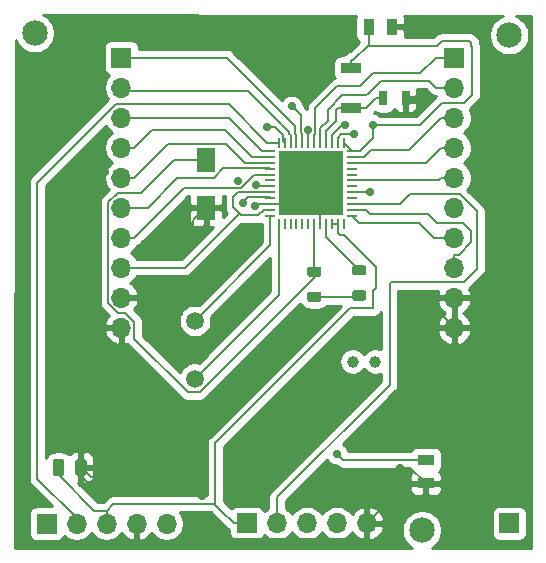
<source format=gbr>
G04 #@! TF.GenerationSoftware,KiCad,Pcbnew,5.1.7-a382d34a8~88~ubuntu18.04.1*
G04 #@! TF.CreationDate,2021-06-07T17:39:16+05:30*
G04 #@! TF.ProjectId,stm32wb_Dev_v2,73746d33-3277-4625-9f44-65765f76322e,rev?*
G04 #@! TF.SameCoordinates,Original*
G04 #@! TF.FileFunction,Copper,L1,Top*
G04 #@! TF.FilePolarity,Positive*
%FSLAX46Y46*%
G04 Gerber Fmt 4.6, Leading zero omitted, Abs format (unit mm)*
G04 Created by KiCad (PCBNEW 5.1.7-a382d34a8~88~ubuntu18.04.1) date 2021-06-07 17:39:16*
%MOMM*%
%LPD*%
G01*
G04 APERTURE LIST*
G04 #@! TA.AperFunction,SMDPad,CuDef*
%ADD10R,5.400000X5.400000*%
G04 #@! TD*
G04 #@! TA.AperFunction,SMDPad,CuDef*
%ADD11R,0.850000X0.250000*%
G04 #@! TD*
G04 #@! TA.AperFunction,SMDPad,CuDef*
%ADD12R,0.250000X0.850000*%
G04 #@! TD*
G04 #@! TA.AperFunction,ComponentPad*
%ADD13C,2.150000*%
G04 #@! TD*
G04 #@! TA.AperFunction,ComponentPad*
%ADD14O,1.700000X1.700000*%
G04 #@! TD*
G04 #@! TA.AperFunction,ComponentPad*
%ADD15R,1.700000X1.700000*%
G04 #@! TD*
G04 #@! TA.AperFunction,SMDPad,CuDef*
%ADD16R,1.470000X0.960000*%
G04 #@! TD*
G04 #@! TA.AperFunction,SMDPad,CuDef*
%ADD17R,0.960000X1.470000*%
G04 #@! TD*
G04 #@! TA.AperFunction,SMDPad,CuDef*
%ADD18R,1.600000X2.000000*%
G04 #@! TD*
G04 #@! TA.AperFunction,SMDPad,CuDef*
%ADD19R,0.700000X1.300000*%
G04 #@! TD*
G04 #@! TA.AperFunction,SMDPad,CuDef*
%ADD20R,1.700000X0.900000*%
G04 #@! TD*
G04 #@! TA.AperFunction,ComponentPad*
%ADD21C,1.000000*%
G04 #@! TD*
G04 #@! TA.AperFunction,ComponentPad*
%ADD22C,1.500000*%
G04 #@! TD*
G04 #@! TA.AperFunction,ViaPad*
%ADD23C,0.700000*%
G04 #@! TD*
G04 #@! TA.AperFunction,Conductor*
%ADD24C,0.200000*%
G04 #@! TD*
G04 #@! TA.AperFunction,Conductor*
%ADD25C,0.254000*%
G04 #@! TD*
G04 #@! TA.AperFunction,Conductor*
%ADD26C,0.100000*%
G04 #@! TD*
G04 APERTURE END LIST*
D10*
X108306000Y-63347600D03*
D11*
X111756000Y-60597600D03*
X111756000Y-61097600D03*
X111756000Y-61597600D03*
X111756000Y-62097600D03*
X111756000Y-62597600D03*
X111756000Y-63097600D03*
X111756000Y-63597600D03*
X111756000Y-64097600D03*
X111756000Y-64597600D03*
X111756000Y-65097600D03*
X111756000Y-65597600D03*
X111756000Y-66097600D03*
D12*
X111056000Y-66797600D03*
X110556000Y-66797600D03*
X110056000Y-66797600D03*
X109556000Y-66797600D03*
X109056000Y-66797600D03*
X108556000Y-66797600D03*
X108056000Y-66797600D03*
X107556000Y-66797600D03*
X107056000Y-66797600D03*
X106556000Y-66797600D03*
X106056000Y-66797600D03*
X105556000Y-66797600D03*
D11*
X104856000Y-66097600D03*
X104856000Y-65597600D03*
X104856000Y-65097600D03*
X104856000Y-64597600D03*
X104856000Y-64097600D03*
X104856000Y-63597600D03*
X104856000Y-63097600D03*
X104856000Y-62597600D03*
X104856000Y-62097600D03*
X104856000Y-61597600D03*
X104856000Y-61097600D03*
X104856000Y-60597600D03*
D12*
X105556000Y-59897600D03*
X106056000Y-59897600D03*
X106556000Y-59897600D03*
X107056000Y-59897600D03*
X107556000Y-59897600D03*
X108056000Y-59897600D03*
X108556000Y-59897600D03*
X109056000Y-59897600D03*
X109556000Y-59897600D03*
X110056000Y-59897600D03*
X110556000Y-59897600D03*
X111056000Y-59897600D03*
D13*
X117676000Y-92712500D03*
X125062000Y-50800000D03*
X84902000Y-50619700D03*
G04 #@! TA.AperFunction,SMDPad,CuDef*
G36*
G01*
X88316200Y-87868800D02*
X88316200Y-86918800D01*
G75*
G02*
X88566200Y-86668800I250000J0D01*
G01*
X89066200Y-86668800D01*
G75*
G02*
X89316200Y-86918800I0J-250000D01*
G01*
X89316200Y-87868800D01*
G75*
G02*
X89066200Y-88118800I-250000J0D01*
G01*
X88566200Y-88118800D01*
G75*
G02*
X88316200Y-87868800I0J250000D01*
G01*
G37*
G04 #@! TD.AperFunction*
G04 #@! TA.AperFunction,SMDPad,CuDef*
G36*
G01*
X86416200Y-87868800D02*
X86416200Y-86918800D01*
G75*
G02*
X86666200Y-86668800I250000J0D01*
G01*
X87166200Y-86668800D01*
G75*
G02*
X87416200Y-86918800I0J-250000D01*
G01*
X87416200Y-87868800D01*
G75*
G02*
X87166200Y-88118800I-250000J0D01*
G01*
X86666200Y-88118800D01*
G75*
G02*
X86416200Y-87868800I0J250000D01*
G01*
G37*
G04 #@! TD.AperFunction*
G04 #@! TA.AperFunction,SMDPad,CuDef*
G36*
G01*
X111983750Y-72390200D02*
X112746250Y-72390200D01*
G75*
G02*
X112965000Y-72608950I0J-218750D01*
G01*
X112965000Y-73046450D01*
G75*
G02*
X112746250Y-73265200I-218750J0D01*
G01*
X111983750Y-73265200D01*
G75*
G02*
X111765000Y-73046450I0J218750D01*
G01*
X111765000Y-72608950D01*
G75*
G02*
X111983750Y-72390200I218750J0D01*
G01*
G37*
G04 #@! TD.AperFunction*
G04 #@! TA.AperFunction,SMDPad,CuDef*
G36*
G01*
X111983750Y-70265200D02*
X112746250Y-70265200D01*
G75*
G02*
X112965000Y-70483950I0J-218750D01*
G01*
X112965000Y-70921450D01*
G75*
G02*
X112746250Y-71140200I-218750J0D01*
G01*
X111983750Y-71140200D01*
G75*
G02*
X111765000Y-70921450I0J218750D01*
G01*
X111765000Y-70483950D01*
G75*
G02*
X111983750Y-70265200I218750J0D01*
G01*
G37*
G04 #@! TD.AperFunction*
G04 #@! TA.AperFunction,SMDPad,CuDef*
G36*
G01*
X108941250Y-71267200D02*
X108178750Y-71267200D01*
G75*
G02*
X107960000Y-71048450I0J218750D01*
G01*
X107960000Y-70610950D01*
G75*
G02*
X108178750Y-70392200I218750J0D01*
G01*
X108941250Y-70392200D01*
G75*
G02*
X109160000Y-70610950I0J-218750D01*
G01*
X109160000Y-71048450D01*
G75*
G02*
X108941250Y-71267200I-218750J0D01*
G01*
G37*
G04 #@! TD.AperFunction*
G04 #@! TA.AperFunction,SMDPad,CuDef*
G36*
G01*
X108941250Y-73392200D02*
X108178750Y-73392200D01*
G75*
G02*
X107960000Y-73173450I0J218750D01*
G01*
X107960000Y-72735950D01*
G75*
G02*
X108178750Y-72517200I218750J0D01*
G01*
X108941250Y-72517200D01*
G75*
G02*
X109160000Y-72735950I0J-218750D01*
G01*
X109160000Y-73173450D01*
G75*
G02*
X108941250Y-73392200I-218750J0D01*
G01*
G37*
G04 #@! TD.AperFunction*
D14*
X120432000Y-75570100D03*
X120432000Y-73030100D03*
X120432000Y-70490100D03*
X120432000Y-67950100D03*
X120432000Y-65410100D03*
X120432000Y-62870100D03*
X120432000Y-60330100D03*
X120432000Y-57790100D03*
X120432000Y-55250100D03*
D15*
X120432000Y-52710100D03*
D14*
X92240100Y-75549800D03*
X92240100Y-73009800D03*
X92240100Y-70469800D03*
X92240100Y-67929800D03*
X92240100Y-65389800D03*
X92240100Y-62849800D03*
X92240100Y-60309800D03*
X92240100Y-57769800D03*
X92240100Y-55229800D03*
D15*
X92240100Y-52689800D03*
D16*
X118001000Y-88726100D03*
X118001000Y-86770100D03*
D17*
X113172000Y-50096400D03*
X115128000Y-50096400D03*
D18*
X99402900Y-61405000D03*
X99402900Y-65405000D03*
D15*
X125067000Y-92130900D03*
X85905300Y-92151200D03*
D14*
X88445300Y-92151200D03*
X90985300Y-92151200D03*
X93525300Y-92151200D03*
X96065300Y-92151200D03*
X113022000Y-92115600D03*
X110482000Y-92115600D03*
X107942000Y-92115600D03*
X105402000Y-92115600D03*
D15*
X102862000Y-92115600D03*
D19*
X116304000Y-56144200D03*
X114404000Y-56144200D03*
D20*
X111653000Y-57000900D03*
X111653000Y-53600900D03*
D21*
X113726000Y-78425000D03*
X111826000Y-78425000D03*
D22*
X98470700Y-79883300D03*
X98470700Y-74983300D03*
D23*
X108648500Y-84086700D03*
X109870240Y-81899760D03*
X115854480Y-87419180D03*
X98331020Y-68427600D03*
X117934740Y-56512460D03*
X99044760Y-89801700D03*
X99131120Y-92184220D03*
X103535480Y-65227200D03*
X102141020Y-63101220D03*
X89547700Y-88872060D03*
X90817700Y-62405260D03*
X118082060Y-74526140D03*
X99301300Y-88198960D03*
X91683840Y-89425780D03*
X113268760Y-80718660D03*
X111165640Y-58397140D03*
X111893800Y-59171200D03*
X106674918Y-56807100D03*
X110454440Y-86235540D03*
X102522020Y-64965580D03*
X108056000Y-58827100D03*
X104529798Y-58548362D03*
X103621840Y-63477140D03*
X113274200Y-64097600D03*
X113534900Y-58363600D03*
D24*
X108648500Y-83121500D02*
X109870240Y-81899760D01*
X108648500Y-84086700D02*
X108648500Y-83121500D01*
X116694080Y-87419180D02*
X118001000Y-88726100D01*
X115854480Y-87419180D02*
X116694080Y-87419180D01*
X98331020Y-66476880D02*
X99402900Y-65405000D01*
X98331020Y-68427600D02*
X98331020Y-66476880D01*
X120432000Y-75570100D02*
X120432000Y-73030100D01*
X116672260Y-56512460D02*
X116304000Y-56144200D01*
X117934740Y-56512460D02*
X116672260Y-56512460D01*
X106556000Y-65097600D02*
X108306000Y-63347600D01*
X104856000Y-65097600D02*
X106556000Y-65097600D01*
X109056000Y-64097600D02*
X108306000Y-63347600D01*
X109056000Y-66797600D02*
X109056000Y-64097600D01*
X116411500Y-88726100D02*
X113022000Y-92115600D01*
X118001000Y-88726100D02*
X116411500Y-88726100D01*
X113022000Y-92115600D02*
X113022000Y-93157420D01*
X113022000Y-93157420D02*
X112755680Y-93423740D01*
X100370640Y-93423740D02*
X99131120Y-92184220D01*
X112755680Y-93423740D02*
X100370640Y-93423740D01*
X103665080Y-65097600D02*
X104856000Y-65097600D01*
X103535480Y-65227200D02*
X103665080Y-65097600D01*
X88816200Y-88140560D02*
X89547700Y-88872060D01*
X88816200Y-87393800D02*
X88816200Y-88140560D01*
X119388040Y-74526140D02*
X118082060Y-74526140D01*
X120432000Y-75570100D02*
X119388040Y-74526140D01*
X99044760Y-88455500D02*
X99301300Y-88198960D01*
X99044760Y-89801700D02*
X99044760Y-88455500D01*
X99296220Y-88204040D02*
X99301300Y-88198960D01*
X88816200Y-87393800D02*
X89626440Y-88204040D01*
X91683840Y-88488520D02*
X91399360Y-88204040D01*
X91683840Y-89425780D02*
X91683840Y-88488520D01*
X89626440Y-88204040D02*
X91399360Y-88204040D01*
X91399360Y-88204040D02*
X99296220Y-88204040D01*
X109870240Y-81899760D02*
X112087660Y-81899760D01*
X112087660Y-81899760D02*
X113268760Y-80718660D01*
X104856000Y-68598000D02*
X98470700Y-74983300D01*
X104856000Y-66097600D02*
X104856000Y-68598000D01*
X98470700Y-79883300D02*
X105556000Y-72798000D01*
X105556000Y-72798000D02*
X105556000Y-66797600D01*
X110056000Y-59272600D02*
X110931460Y-58397140D01*
X110056000Y-59897600D02*
X110056000Y-59272600D01*
X110931460Y-58397140D02*
X111165640Y-58397140D01*
X110556000Y-59483990D02*
X110868790Y-59171200D01*
X110556000Y-59897600D02*
X110556000Y-59483990D01*
X110868790Y-59171200D02*
X111893800Y-59171200D01*
X107405200Y-59025400D02*
X107405200Y-57537382D01*
X107556000Y-59897600D02*
X107556000Y-59176200D01*
X107405200Y-57537382D02*
X106674918Y-56807100D01*
X107556000Y-59176200D02*
X107405200Y-59025400D01*
X118001000Y-86770100D02*
X110989000Y-86770100D01*
X110989000Y-86770100D02*
X110454440Y-86235540D01*
X102984861Y-64502739D02*
X102522020Y-64965580D01*
X104856000Y-64597600D02*
X104761139Y-64502739D01*
X104761139Y-64502739D02*
X102984861Y-64502739D01*
X108556000Y-66797600D02*
X108556000Y-70825700D01*
X108556000Y-70825700D02*
X108560000Y-70829700D01*
X97838260Y-81033620D02*
X98856800Y-81033620D01*
X108560000Y-71330420D02*
X108560000Y-70829700D01*
X93340500Y-76535860D02*
X97838260Y-81033620D01*
X93340500Y-75068300D02*
X93340500Y-76535860D01*
X98856800Y-81033620D02*
X108560000Y-71330420D01*
X92552000Y-74279800D02*
X93340500Y-75068300D01*
X91938500Y-74279800D02*
X92552000Y-74279800D01*
X96654100Y-61405000D02*
X93939300Y-64119800D01*
X99402900Y-61405000D02*
X96654100Y-61405000D01*
X91137000Y-64909800D02*
X91137000Y-73478300D01*
X91927000Y-64119800D02*
X91137000Y-64909800D01*
X93939300Y-64119800D02*
X91927000Y-64119800D01*
X91137000Y-73478300D02*
X91938500Y-74279800D01*
X113803700Y-56144200D02*
X112947000Y-57000900D01*
X112947000Y-57000900D02*
X111653000Y-57000900D01*
X114404000Y-56144200D02*
X113803700Y-56144200D01*
X110441740Y-58044080D02*
X109556000Y-58929820D01*
X110441740Y-57111860D02*
X110441740Y-58044080D01*
X111653000Y-57000900D02*
X110552700Y-57000900D01*
X109556000Y-58929820D02*
X109556000Y-59897600D01*
X110552700Y-57000900D02*
X110441740Y-57111860D01*
X109059980Y-59893620D02*
X109056000Y-59897600D01*
X109059980Y-59319160D02*
X109059980Y-59893620D01*
X109087920Y-58628280D02*
X109087920Y-59291220D01*
X109694980Y-58021220D02*
X109087920Y-58628280D01*
X112928400Y-55887620D02*
X110911640Y-55887620D01*
X109694980Y-57104280D02*
X109694980Y-58021220D01*
X110911640Y-55887620D02*
X109694980Y-57104280D01*
X118912660Y-55250100D02*
X118320820Y-54658260D01*
X109087920Y-59291220D02*
X109059980Y-59319160D01*
X120432000Y-55250100D02*
X118912660Y-55250100D01*
X113085880Y-55778400D02*
X113037620Y-55778400D01*
X118320820Y-54658260D02*
X114206020Y-54658260D01*
X114206020Y-54658260D02*
X113085880Y-55778400D01*
X113037620Y-55778400D02*
X112928400Y-55887620D01*
X119331700Y-52710100D02*
X120432000Y-52710100D01*
X117538500Y-54030880D02*
X118859280Y-52710100D01*
X113558320Y-54030880D02*
X117538500Y-54030880D01*
X112463580Y-55125620D02*
X113558320Y-54030880D01*
X112339120Y-55125620D02*
X112463580Y-55125620D01*
X108556000Y-59222300D02*
X108656300Y-59122000D01*
X108656300Y-59122000D02*
X108656300Y-56964400D01*
X110484920Y-55135780D02*
X112328960Y-55135780D01*
X118859280Y-52710100D02*
X119331700Y-52710100D01*
X112328960Y-55135780D02*
X112339120Y-55125620D01*
X108556000Y-59897600D02*
X108556000Y-59222300D01*
X108656300Y-56964400D02*
X110484920Y-55135780D01*
X108056000Y-58827100D02*
X108056000Y-59897600D01*
X101160620Y-52689800D02*
X106956400Y-58485580D01*
X92240100Y-52689800D02*
X101160620Y-52689800D01*
X106956400Y-58485580D02*
X106956400Y-59122700D01*
X106956400Y-59122700D02*
X107056000Y-59222300D01*
X107056000Y-59222300D02*
X107056000Y-59897600D01*
X92557560Y-55547260D02*
X92240100Y-55229800D01*
X102989380Y-55547260D02*
X92557560Y-55547260D01*
X105791000Y-58348880D02*
X102989380Y-55547260D01*
X106428540Y-58966100D02*
X105840530Y-58378090D01*
X106428540Y-59146440D02*
X106428540Y-58966100D01*
X106556000Y-59897600D02*
X106556000Y-59273900D01*
X106556000Y-59273900D02*
X106428540Y-59146440D01*
X104180700Y-60597600D02*
X101352900Y-57769800D01*
X101352900Y-57769800D02*
X93340400Y-57769800D01*
X104856000Y-60597600D02*
X104180700Y-60597600D01*
X92240100Y-57769800D02*
X93340400Y-57769800D01*
X101018340Y-58798460D02*
X94851740Y-58798460D01*
X104856000Y-61097600D02*
X103317480Y-61097600D01*
X93340400Y-60309800D02*
X92240100Y-60309800D01*
X94851740Y-58798460D02*
X93340400Y-60309800D01*
X103317480Y-61097600D02*
X101018340Y-58798460D01*
X93340400Y-62849800D02*
X92240100Y-62849800D01*
X96215720Y-59974480D02*
X93340400Y-62849800D01*
X101061520Y-59974480D02*
X96215720Y-59974480D01*
X104856000Y-61597600D02*
X102684640Y-61597600D01*
X102684640Y-61597600D02*
X101061520Y-59974480D01*
X96983760Y-62855900D02*
X94449860Y-65389800D01*
X100106000Y-62855900D02*
X96983760Y-62855900D01*
X100882321Y-62079579D02*
X100106000Y-62855900D01*
X104856000Y-62097600D02*
X104837979Y-62079579D01*
X94449860Y-65389800D02*
X92240100Y-65389800D01*
X104837979Y-62079579D02*
X100882321Y-62079579D01*
X103500620Y-62597600D02*
X104856000Y-62597600D01*
X102396520Y-63701700D02*
X103500620Y-62597600D01*
X97568500Y-63701700D02*
X102396520Y-63701700D01*
X92240100Y-67929800D02*
X93340400Y-67929800D01*
X93340400Y-67929800D02*
X97568500Y-63701700D01*
X104579236Y-58597800D02*
X104529798Y-58548362D01*
X105256202Y-58597800D02*
X104579236Y-58597800D01*
X106056000Y-59897600D02*
X105931001Y-59772601D01*
X105931001Y-59272599D02*
X105256202Y-58597800D01*
X105931001Y-59772601D02*
X105931001Y-59272599D01*
X103742300Y-63597600D02*
X103621840Y-63477140D01*
X104856000Y-63597600D02*
X103742300Y-63597600D01*
X109556000Y-66797600D02*
X109556000Y-67893700D01*
X109556000Y-67893700D02*
X112365000Y-70702700D01*
X104580400Y-59897600D02*
X105556000Y-59897600D01*
X88445300Y-91688880D02*
X85117940Y-88361520D01*
X91772300Y-56625200D02*
X101308000Y-56625200D01*
X88445300Y-92151200D02*
X88445300Y-91688880D01*
X85117940Y-88361520D02*
X85117940Y-63279560D01*
X85117940Y-63279560D02*
X91772300Y-56625200D01*
X101308000Y-56625200D02*
X104580400Y-59897600D01*
X120908300Y-64269400D02*
X116635700Y-64269400D01*
X122361960Y-65723060D02*
X120908300Y-64269400D01*
X122361960Y-70586600D02*
X122361960Y-65723060D01*
X105402000Y-89936700D02*
X114940080Y-80398620D01*
X105402000Y-92115600D02*
X105402000Y-89936700D01*
X114940080Y-80398620D02*
X114940080Y-71821040D01*
X115807500Y-65097600D02*
X111756000Y-65097600D01*
X116635700Y-64269400D02*
X115807500Y-65097600D01*
X114940080Y-71821040D02*
X115056920Y-71704200D01*
X121244360Y-71704200D02*
X122361960Y-70586600D01*
X115056920Y-71704200D02*
X121244360Y-71704200D01*
X113274200Y-64097600D02*
X111756000Y-64097600D01*
X120432000Y-62870100D02*
X119331700Y-62870100D01*
X111756000Y-63097600D02*
X119104200Y-63097600D01*
X119104200Y-63097600D02*
X119331700Y-62870100D01*
X120432000Y-60330100D02*
X119331700Y-60330100D01*
X111756000Y-61597600D02*
X118064200Y-61597600D01*
X118064200Y-61597600D02*
X119331700Y-60330100D01*
X112809020Y-61099700D02*
X113383060Y-60525660D01*
X119331700Y-57790100D02*
X120432000Y-57790100D01*
X116596140Y-60525660D02*
X119331700Y-57790100D01*
X111756000Y-61097600D02*
X111758100Y-61099700D01*
X113383060Y-60525660D02*
X116596140Y-60525660D01*
X111758100Y-61099700D02*
X112809020Y-61099700D01*
X111653000Y-53600900D02*
X111653000Y-52900600D01*
X113172000Y-51606200D02*
X111877600Y-52900600D01*
X111877600Y-52900600D02*
X111653000Y-52900600D01*
X113172000Y-50994100D02*
X113172000Y-51606200D01*
X111756000Y-60597600D02*
X112431300Y-60597600D01*
X113534900Y-58363600D02*
X113534900Y-59494000D01*
X113534900Y-59494000D02*
X112431300Y-60597600D01*
X101761700Y-92115600D02*
X100697000Y-91050900D01*
X110556000Y-66797600D02*
X110056000Y-66797600D01*
X102862000Y-92115600D02*
X101761700Y-92115600D01*
X90985300Y-92151200D02*
X90985300Y-91050900D01*
X113172000Y-50096400D02*
X113172000Y-50994100D01*
X111756000Y-60597600D02*
X111056000Y-59897600D01*
X91563940Y-90472260D02*
X90985300Y-91050900D01*
X100697000Y-91050900D02*
X100118360Y-90472260D01*
X100118360Y-90472260D02*
X91563940Y-90472260D01*
X86916200Y-88051580D02*
X86916200Y-87393800D01*
X90985300Y-91050900D02*
X89915520Y-91050900D01*
X89915520Y-91050900D02*
X86916200Y-88051580D01*
X102137780Y-64097600D02*
X104856000Y-64097600D01*
X97629940Y-70469800D02*
X102194360Y-65905380D01*
X101727000Y-64508380D02*
X102137780Y-64097600D01*
X92240100Y-70469800D02*
X97629940Y-70469800D01*
X101727000Y-65369440D02*
X101727000Y-64508380D01*
X102194360Y-65905380D02*
X102262940Y-65905380D01*
X102262940Y-65905380D02*
X101727000Y-65369440D01*
X102405180Y-66047620D02*
X102262940Y-65905380D01*
X103821502Y-66047620D02*
X102405180Y-66047620D01*
X104856000Y-65597600D02*
X104271522Y-65597600D01*
X104271522Y-65597600D02*
X103821502Y-66047620D01*
X110535720Y-67203240D02*
X110556000Y-67182960D01*
X110535720Y-67571620D02*
X110535720Y-67203240D01*
X111125000Y-67751960D02*
X110716060Y-67751960D01*
X113789460Y-72227440D02*
X113789460Y-70416420D01*
X100192840Y-90546740D02*
X100192840Y-85359240D01*
X111627920Y-73924160D02*
X113558320Y-73924160D01*
X110716060Y-67751960D02*
X110535720Y-67571620D01*
X113558320Y-72458580D02*
X113789460Y-72227440D01*
X113789460Y-70416420D02*
X111125000Y-67751960D01*
X100697000Y-91050900D02*
X100192840Y-90546740D01*
X110556000Y-67182960D02*
X110556000Y-66797600D01*
X100192840Y-85359240D02*
X111627920Y-73924160D01*
X113558320Y-73924160D02*
X113558320Y-72458580D01*
X117518700Y-58363600D02*
X113534900Y-58363600D01*
X121244360Y-56530240D02*
X119352060Y-56530240D01*
X121920000Y-55854600D02*
X121244360Y-56530240D01*
X121876820Y-51709320D02*
X121920000Y-51752500D01*
X119352060Y-56530240D02*
X117518700Y-58363600D01*
X113172000Y-51606200D02*
X113275120Y-51709320D01*
X113275120Y-51709320D02*
X118917720Y-51709320D01*
X121876820Y-51442620D02*
X121876820Y-51709320D01*
X121920000Y-51752500D02*
X121920000Y-55854600D01*
X118917720Y-51709320D02*
X119369840Y-51257200D01*
X119369840Y-51257200D02*
X121691400Y-51257200D01*
X121691400Y-51257200D02*
X121876820Y-51442620D01*
X118737400Y-67950100D02*
X120432000Y-67950100D01*
X117469920Y-66682620D02*
X118737400Y-67950100D01*
X111756000Y-66097600D02*
X112341020Y-66682620D01*
X112341020Y-66682620D02*
X117469920Y-66682620D01*
X111781840Y-65623440D02*
X111756000Y-65597600D01*
X112915700Y-65623440D02*
X111781840Y-65623440D01*
X113253520Y-65961260D02*
X112915700Y-65623440D01*
X120432000Y-69389800D02*
X120802860Y-69389800D01*
X118943480Y-66705480D02*
X118199260Y-65961260D01*
X120432000Y-70490100D02*
X120432000Y-69389800D01*
X121142760Y-66705480D02*
X118943480Y-66705480D01*
X121851420Y-68341240D02*
X121851420Y-67414140D01*
X118199260Y-65961260D02*
X113253520Y-65961260D01*
X120802860Y-69389800D02*
X121851420Y-68341240D01*
X121851420Y-67414140D02*
X121142760Y-66705480D01*
X108560000Y-72954700D02*
X112238000Y-72954700D01*
X112238000Y-72954700D02*
X112365000Y-72827700D01*
D25*
X112096485Y-49137043D02*
X112066188Y-49236918D01*
X112053928Y-49361400D01*
X112053928Y-50831400D01*
X112066188Y-50955882D01*
X112102498Y-51075580D01*
X112161463Y-51185894D01*
X112240815Y-51282585D01*
X112337506Y-51361937D01*
X112363123Y-51375630D01*
X111568375Y-52170379D01*
X111508915Y-52176235D01*
X111370367Y-52218263D01*
X111242680Y-52286513D01*
X111130762Y-52378362D01*
X111038913Y-52490280D01*
X111026861Y-52512828D01*
X110803000Y-52512828D01*
X110678518Y-52525088D01*
X110558820Y-52561398D01*
X110448506Y-52620363D01*
X110351815Y-52699715D01*
X110272463Y-52796406D01*
X110213498Y-52906720D01*
X110177188Y-53026418D01*
X110164928Y-53150900D01*
X110164928Y-54050900D01*
X110177188Y-54175382D01*
X110213498Y-54295080D01*
X110272463Y-54405394D01*
X110290048Y-54426821D01*
X110202287Y-54453443D01*
X110074600Y-54521693D01*
X109962682Y-54613542D01*
X109939666Y-54641587D01*
X108162108Y-56419146D01*
X108134063Y-56442162D01*
X108042214Y-56554080D01*
X108008226Y-56617667D01*
X107973964Y-56681767D01*
X107931935Y-56820315D01*
X107917744Y-56964400D01*
X107921301Y-57000515D01*
X107921301Y-57010107D01*
X107899393Y-56992128D01*
X107659918Y-56752653D01*
X107659918Y-56710086D01*
X107622065Y-56519786D01*
X107547814Y-56340528D01*
X107440017Y-56179199D01*
X107302819Y-56042001D01*
X107141490Y-55934204D01*
X106962232Y-55859953D01*
X106771932Y-55822100D01*
X106577904Y-55822100D01*
X106387604Y-55859953D01*
X106208346Y-55934204D01*
X106047017Y-56042001D01*
X105909819Y-56179199D01*
X105821558Y-56311291D01*
X101705879Y-52195613D01*
X101682858Y-52167562D01*
X101570940Y-52075713D01*
X101443253Y-52007463D01*
X101304705Y-51965435D01*
X101196725Y-51954800D01*
X101160620Y-51951244D01*
X101124515Y-51954800D01*
X93728172Y-51954800D01*
X93728172Y-51839800D01*
X93715912Y-51715318D01*
X93679602Y-51595620D01*
X93620637Y-51485306D01*
X93541285Y-51388615D01*
X93444594Y-51309263D01*
X93334280Y-51250298D01*
X93214582Y-51213988D01*
X93090100Y-51201728D01*
X91390100Y-51201728D01*
X91265618Y-51213988D01*
X91145920Y-51250298D01*
X91035606Y-51309263D01*
X90938915Y-51388615D01*
X90859563Y-51485306D01*
X90800598Y-51595620D01*
X90764288Y-51715318D01*
X90752028Y-51839800D01*
X90752028Y-53539800D01*
X90764288Y-53664282D01*
X90800598Y-53783980D01*
X90859563Y-53894294D01*
X90938915Y-53990985D01*
X91035606Y-54070337D01*
X91145920Y-54129302D01*
X91218480Y-54151313D01*
X91086625Y-54283168D01*
X90924110Y-54526389D01*
X90812168Y-54796642D01*
X90755100Y-55083540D01*
X90755100Y-55376060D01*
X90812168Y-55662958D01*
X90924110Y-55933211D01*
X91086625Y-56176432D01*
X91134123Y-56223930D01*
X84623748Y-62734306D01*
X84595703Y-62757322D01*
X84503854Y-62869240D01*
X84458808Y-62953515D01*
X84435604Y-62996927D01*
X84393575Y-63135475D01*
X84379384Y-63279560D01*
X84382941Y-63315675D01*
X84382940Y-88325415D01*
X84379384Y-88361520D01*
X84390393Y-88473294D01*
X84393575Y-88505604D01*
X84435603Y-88644152D01*
X84503853Y-88771839D01*
X84595702Y-88883757D01*
X84623748Y-88906774D01*
X86380101Y-90663128D01*
X85055300Y-90663128D01*
X84930818Y-90675388D01*
X84811120Y-90711698D01*
X84700806Y-90770663D01*
X84604115Y-90850015D01*
X84524763Y-90946706D01*
X84465798Y-91057020D01*
X84429488Y-91176718D01*
X84417228Y-91301200D01*
X84417228Y-93001200D01*
X84429488Y-93125682D01*
X84465798Y-93245380D01*
X84524763Y-93355694D01*
X84604115Y-93452385D01*
X84700806Y-93531737D01*
X84811120Y-93590702D01*
X84930818Y-93627012D01*
X85055300Y-93639272D01*
X86755300Y-93639272D01*
X86879782Y-93627012D01*
X86999480Y-93590702D01*
X87109794Y-93531737D01*
X87206485Y-93452385D01*
X87285837Y-93355694D01*
X87344802Y-93245380D01*
X87366813Y-93172820D01*
X87498668Y-93304675D01*
X87741889Y-93467190D01*
X88012142Y-93579132D01*
X88299040Y-93636200D01*
X88591560Y-93636200D01*
X88878458Y-93579132D01*
X89148711Y-93467190D01*
X89391932Y-93304675D01*
X89598775Y-93097832D01*
X89715300Y-92923440D01*
X89831825Y-93097832D01*
X90038668Y-93304675D01*
X90281889Y-93467190D01*
X90552142Y-93579132D01*
X90839040Y-93636200D01*
X91131560Y-93636200D01*
X91418458Y-93579132D01*
X91688711Y-93467190D01*
X91931932Y-93304675D01*
X92138775Y-93097832D01*
X92260495Y-92915666D01*
X92330122Y-93032555D01*
X92525031Y-93248788D01*
X92758380Y-93422841D01*
X93021201Y-93548025D01*
X93168410Y-93592676D01*
X93398300Y-93471355D01*
X93398300Y-92278200D01*
X93378300Y-92278200D01*
X93378300Y-92024200D01*
X93398300Y-92024200D01*
X93398300Y-92004200D01*
X93652300Y-92004200D01*
X93652300Y-92024200D01*
X93672300Y-92024200D01*
X93672300Y-92278200D01*
X93652300Y-92278200D01*
X93652300Y-93471355D01*
X93882190Y-93592676D01*
X94029399Y-93548025D01*
X94292220Y-93422841D01*
X94525569Y-93248788D01*
X94720478Y-93032555D01*
X94790105Y-92915666D01*
X94911825Y-93097832D01*
X95118668Y-93304675D01*
X95361889Y-93467190D01*
X95632142Y-93579132D01*
X95919040Y-93636200D01*
X96211560Y-93636200D01*
X96498458Y-93579132D01*
X96768711Y-93467190D01*
X97011932Y-93304675D01*
X97218775Y-93097832D01*
X97381290Y-92854611D01*
X97493232Y-92584358D01*
X97550300Y-92297460D01*
X97550300Y-92004940D01*
X97493232Y-91718042D01*
X97381290Y-91447789D01*
X97220574Y-91207260D01*
X99813914Y-91207260D01*
X100202806Y-91596153D01*
X100202811Y-91596157D01*
X101216446Y-92609793D01*
X101239462Y-92637838D01*
X101351380Y-92729687D01*
X101373928Y-92741739D01*
X101373928Y-92965600D01*
X101386188Y-93090082D01*
X101422498Y-93209780D01*
X101481463Y-93320094D01*
X101560815Y-93416785D01*
X101657506Y-93496137D01*
X101767820Y-93555102D01*
X101887518Y-93591412D01*
X102012000Y-93603672D01*
X103712000Y-93603672D01*
X103836482Y-93591412D01*
X103956180Y-93555102D01*
X104066494Y-93496137D01*
X104163185Y-93416785D01*
X104242537Y-93320094D01*
X104301502Y-93209780D01*
X104323513Y-93137220D01*
X104455368Y-93269075D01*
X104698589Y-93431590D01*
X104968842Y-93543532D01*
X105255740Y-93600600D01*
X105548260Y-93600600D01*
X105835158Y-93543532D01*
X106105411Y-93431590D01*
X106348632Y-93269075D01*
X106555475Y-93062232D01*
X106672000Y-92887840D01*
X106788525Y-93062232D01*
X106995368Y-93269075D01*
X107238589Y-93431590D01*
X107508842Y-93543532D01*
X107795740Y-93600600D01*
X108088260Y-93600600D01*
X108375158Y-93543532D01*
X108645411Y-93431590D01*
X108888632Y-93269075D01*
X109095475Y-93062232D01*
X109212000Y-92887840D01*
X109328525Y-93062232D01*
X109535368Y-93269075D01*
X109778589Y-93431590D01*
X110048842Y-93543532D01*
X110335740Y-93600600D01*
X110628260Y-93600600D01*
X110915158Y-93543532D01*
X111185411Y-93431590D01*
X111428632Y-93269075D01*
X111635475Y-93062232D01*
X111757195Y-92880066D01*
X111826822Y-92996955D01*
X112021731Y-93213188D01*
X112255080Y-93387241D01*
X112517901Y-93512425D01*
X112665110Y-93557076D01*
X112895000Y-93435755D01*
X112895000Y-92242600D01*
X113149000Y-92242600D01*
X113149000Y-93435755D01*
X113378890Y-93557076D01*
X113526099Y-93512425D01*
X113788920Y-93387241D01*
X114022269Y-93213188D01*
X114217178Y-92996955D01*
X114366157Y-92746852D01*
X114463481Y-92472491D01*
X114342814Y-92242600D01*
X113149000Y-92242600D01*
X112895000Y-92242600D01*
X112875000Y-92242600D01*
X112875000Y-91988600D01*
X112895000Y-91988600D01*
X112895000Y-90795445D01*
X113149000Y-90795445D01*
X113149000Y-91988600D01*
X114342814Y-91988600D01*
X114463481Y-91758709D01*
X114366157Y-91484348D01*
X114217178Y-91234245D01*
X114022269Y-91018012D01*
X113788920Y-90843959D01*
X113526099Y-90718775D01*
X113378890Y-90674124D01*
X113149000Y-90795445D01*
X112895000Y-90795445D01*
X112665110Y-90674124D01*
X112517901Y-90718775D01*
X112255080Y-90843959D01*
X112021731Y-91018012D01*
X111826822Y-91234245D01*
X111757195Y-91351134D01*
X111635475Y-91168968D01*
X111428632Y-90962125D01*
X111185411Y-90799610D01*
X110915158Y-90687668D01*
X110628260Y-90630600D01*
X110335740Y-90630600D01*
X110048842Y-90687668D01*
X109778589Y-90799610D01*
X109535368Y-90962125D01*
X109328525Y-91168968D01*
X109212000Y-91343360D01*
X109095475Y-91168968D01*
X108888632Y-90962125D01*
X108645411Y-90799610D01*
X108375158Y-90687668D01*
X108088260Y-90630600D01*
X107795740Y-90630600D01*
X107508842Y-90687668D01*
X107238589Y-90799610D01*
X106995368Y-90962125D01*
X106788525Y-91168968D01*
X106672000Y-91343360D01*
X106555475Y-91168968D01*
X106348632Y-90962125D01*
X106137000Y-90820717D01*
X106137000Y-90241146D01*
X107172046Y-89206100D01*
X116627928Y-89206100D01*
X116640188Y-89330582D01*
X116676498Y-89450280D01*
X116735463Y-89560594D01*
X116814815Y-89657285D01*
X116911506Y-89736637D01*
X117021820Y-89795602D01*
X117141518Y-89831912D01*
X117266000Y-89844172D01*
X117715250Y-89841100D01*
X117874000Y-89682350D01*
X117874000Y-88853100D01*
X118128000Y-88853100D01*
X118128000Y-89682350D01*
X118286750Y-89841100D01*
X118736000Y-89844172D01*
X118860482Y-89831912D01*
X118980180Y-89795602D01*
X119090494Y-89736637D01*
X119187185Y-89657285D01*
X119266537Y-89560594D01*
X119325502Y-89450280D01*
X119361812Y-89330582D01*
X119374072Y-89206100D01*
X119371000Y-89011850D01*
X119212250Y-88853100D01*
X118128000Y-88853100D01*
X117874000Y-88853100D01*
X116789750Y-88853100D01*
X116631000Y-89011850D01*
X116627928Y-89206100D01*
X107172046Y-89206100D01*
X109619392Y-86758755D01*
X109689341Y-86863441D01*
X109826539Y-87000639D01*
X109987868Y-87108436D01*
X110167126Y-87182687D01*
X110357426Y-87220540D01*
X110399993Y-87220540D01*
X110443746Y-87264292D01*
X110466762Y-87292338D01*
X110578680Y-87384187D01*
X110706367Y-87452437D01*
X110802886Y-87481716D01*
X110844914Y-87494465D01*
X110988999Y-87508656D01*
X111025104Y-87505100D01*
X116682282Y-87505100D01*
X116735463Y-87604594D01*
X116814815Y-87701285D01*
X116871859Y-87748100D01*
X116814815Y-87794915D01*
X116735463Y-87891606D01*
X116676498Y-88001920D01*
X116640188Y-88121618D01*
X116627928Y-88246100D01*
X116631000Y-88440350D01*
X116789750Y-88599100D01*
X117874000Y-88599100D01*
X117874000Y-88579100D01*
X118128000Y-88579100D01*
X118128000Y-88599100D01*
X119212250Y-88599100D01*
X119371000Y-88440350D01*
X119374072Y-88246100D01*
X119361812Y-88121618D01*
X119325502Y-88001920D01*
X119266537Y-87891606D01*
X119187185Y-87794915D01*
X119130141Y-87748100D01*
X119187185Y-87701285D01*
X119266537Y-87604594D01*
X119325502Y-87494280D01*
X119361812Y-87374582D01*
X119374072Y-87250100D01*
X119374072Y-86290100D01*
X119361812Y-86165618D01*
X119325502Y-86045920D01*
X119266537Y-85935606D01*
X119187185Y-85838915D01*
X119090494Y-85759563D01*
X118980180Y-85700598D01*
X118860482Y-85664288D01*
X118736000Y-85652028D01*
X117266000Y-85652028D01*
X117141518Y-85664288D01*
X117021820Y-85700598D01*
X116911506Y-85759563D01*
X116814815Y-85838915D01*
X116735463Y-85935606D01*
X116682282Y-86035100D01*
X111418867Y-86035100D01*
X111401587Y-85948226D01*
X111327336Y-85768968D01*
X111219539Y-85607639D01*
X111082341Y-85470441D01*
X110977655Y-85400492D01*
X115434278Y-80943869D01*
X115462317Y-80920858D01*
X115485330Y-80892817D01*
X115485333Y-80892814D01*
X115510197Y-80862517D01*
X115554167Y-80808940D01*
X115622417Y-80681253D01*
X115664445Y-80542705D01*
X115675080Y-80434725D01*
X115675080Y-80434718D01*
X115678635Y-80398621D01*
X115675080Y-80362524D01*
X115675080Y-75926990D01*
X118990524Y-75926990D01*
X119035175Y-76074199D01*
X119160359Y-76337020D01*
X119334412Y-76570369D01*
X119550645Y-76765278D01*
X119800748Y-76914257D01*
X120075109Y-77011581D01*
X120305000Y-76890914D01*
X120305000Y-75697100D01*
X120559000Y-75697100D01*
X120559000Y-76890914D01*
X120788891Y-77011581D01*
X121063252Y-76914257D01*
X121313355Y-76765278D01*
X121529588Y-76570369D01*
X121703641Y-76337020D01*
X121828825Y-76074199D01*
X121873476Y-75926990D01*
X121752155Y-75697100D01*
X120559000Y-75697100D01*
X120305000Y-75697100D01*
X119111845Y-75697100D01*
X118990524Y-75926990D01*
X115675080Y-75926990D01*
X115675080Y-73386990D01*
X118990524Y-73386990D01*
X119035175Y-73534199D01*
X119160359Y-73797020D01*
X119334412Y-74030369D01*
X119550645Y-74225278D01*
X119676255Y-74300100D01*
X119550645Y-74374922D01*
X119334412Y-74569831D01*
X119160359Y-74803180D01*
X119035175Y-75066001D01*
X118990524Y-75213210D01*
X119111845Y-75443100D01*
X120305000Y-75443100D01*
X120305000Y-73157100D01*
X120559000Y-73157100D01*
X120559000Y-75443100D01*
X121752155Y-75443100D01*
X121873476Y-75213210D01*
X121828825Y-75066001D01*
X121703641Y-74803180D01*
X121529588Y-74569831D01*
X121313355Y-74374922D01*
X121187745Y-74300100D01*
X121313355Y-74225278D01*
X121529588Y-74030369D01*
X121703641Y-73797020D01*
X121828825Y-73534199D01*
X121873476Y-73386990D01*
X121752155Y-73157100D01*
X120559000Y-73157100D01*
X120305000Y-73157100D01*
X119111845Y-73157100D01*
X118990524Y-73386990D01*
X115675080Y-73386990D01*
X115675080Y-72439200D01*
X119076519Y-72439200D01*
X119035175Y-72526001D01*
X118990524Y-72673210D01*
X119111845Y-72903100D01*
X120305000Y-72903100D01*
X120305000Y-72883100D01*
X120559000Y-72883100D01*
X120559000Y-72903100D01*
X121752155Y-72903100D01*
X121873476Y-72673210D01*
X121828825Y-72526001D01*
X121708752Y-72273911D01*
X121766598Y-72226438D01*
X121789618Y-72198388D01*
X122856157Y-71131850D01*
X122884197Y-71108838D01*
X122907210Y-71080797D01*
X122907213Y-71080794D01*
X122948483Y-71030506D01*
X122976047Y-70996920D01*
X123044297Y-70869233D01*
X123086325Y-70730685D01*
X123086325Y-70730684D01*
X123100516Y-70586601D01*
X123096960Y-70550496D01*
X123096960Y-65759165D01*
X123100516Y-65723060D01*
X123086325Y-65578975D01*
X123044297Y-65440426D01*
X122976047Y-65312740D01*
X122948294Y-65278923D01*
X122884198Y-65200822D01*
X122856153Y-65177806D01*
X121540277Y-63861930D01*
X121585475Y-63816732D01*
X121747990Y-63573511D01*
X121859932Y-63303258D01*
X121917000Y-63016360D01*
X121917000Y-62723840D01*
X121859932Y-62436942D01*
X121747990Y-62166689D01*
X121585475Y-61923468D01*
X121378632Y-61716625D01*
X121204240Y-61600100D01*
X121378632Y-61483575D01*
X121585475Y-61276732D01*
X121747990Y-61033511D01*
X121859932Y-60763258D01*
X121917000Y-60476360D01*
X121917000Y-60183840D01*
X121859932Y-59896942D01*
X121747990Y-59626689D01*
X121585475Y-59383468D01*
X121378632Y-59176625D01*
X121204240Y-59060100D01*
X121378632Y-58943575D01*
X121585475Y-58736732D01*
X121747990Y-58493511D01*
X121859932Y-58223258D01*
X121917000Y-57936360D01*
X121917000Y-57643840D01*
X121859932Y-57356942D01*
X121747990Y-57086689D01*
X121739817Y-57074457D01*
X121766598Y-57052478D01*
X121789618Y-57024428D01*
X122414193Y-56399854D01*
X122442238Y-56376838D01*
X122534087Y-56264920D01*
X122602337Y-56137233D01*
X122644365Y-55998685D01*
X122655000Y-55890705D01*
X122655000Y-55890696D01*
X122658555Y-55854601D01*
X122655000Y-55818506D01*
X122655000Y-51788605D01*
X122658556Y-51752500D01*
X122654303Y-51709320D01*
X122644365Y-51608415D01*
X122611820Y-51501128D01*
X122611820Y-51478714D01*
X122615375Y-51442619D01*
X122611820Y-51406524D01*
X122611820Y-51406515D01*
X122601185Y-51298535D01*
X122559157Y-51159987D01*
X122490907Y-51032300D01*
X122399057Y-50920382D01*
X122371012Y-50897366D01*
X122236659Y-50763013D01*
X122213638Y-50734962D01*
X122101720Y-50643113D01*
X121974033Y-50574863D01*
X121835485Y-50532835D01*
X121727505Y-50522200D01*
X121691400Y-50518644D01*
X121655295Y-50522200D01*
X119405934Y-50522200D01*
X119369839Y-50518645D01*
X119333744Y-50522200D01*
X119333735Y-50522200D01*
X119225755Y-50532835D01*
X119087207Y-50574863D01*
X118959520Y-50643113D01*
X118847602Y-50734962D01*
X118824581Y-50763013D01*
X118613274Y-50974320D01*
X116228219Y-50974320D01*
X116233812Y-50955882D01*
X116246072Y-50831400D01*
X116243000Y-50382150D01*
X116084250Y-50223400D01*
X115255000Y-50223400D01*
X115255000Y-50243400D01*
X115001000Y-50243400D01*
X115001000Y-50223400D01*
X114981000Y-50223400D01*
X114981000Y-49969400D01*
X115001000Y-49969400D01*
X115001000Y-49949400D01*
X115255000Y-49949400D01*
X115255000Y-49969400D01*
X116084250Y-49969400D01*
X116243000Y-49810650D01*
X116246072Y-49361400D01*
X116233812Y-49236918D01*
X116207055Y-49148714D01*
X124523108Y-49172325D01*
X124252011Y-49284618D01*
X123971939Y-49471756D01*
X123733756Y-49709939D01*
X123546618Y-49990011D01*
X123417714Y-50301211D01*
X123352000Y-50631580D01*
X123352000Y-50968420D01*
X123417714Y-51298789D01*
X123546618Y-51609989D01*
X123733756Y-51890061D01*
X123971939Y-52128244D01*
X124252011Y-52315382D01*
X124563211Y-52444286D01*
X124893580Y-52510000D01*
X125230420Y-52510000D01*
X125560789Y-52444286D01*
X125871989Y-52315382D01*
X126152061Y-52128244D01*
X126390244Y-51890061D01*
X126577382Y-51609989D01*
X126706286Y-51298789D01*
X126772000Y-50968420D01*
X126772000Y-50631580D01*
X126706286Y-50301211D01*
X126577382Y-49990011D01*
X126390244Y-49709939D01*
X126152061Y-49471756D01*
X125871989Y-49284618D01*
X125608330Y-49175406D01*
X126916294Y-49179120D01*
X126956706Y-94201039D01*
X118520335Y-94204933D01*
X118766061Y-94040744D01*
X119004244Y-93802561D01*
X119191382Y-93522489D01*
X119320286Y-93211289D01*
X119386000Y-92880920D01*
X119386000Y-92544080D01*
X119320286Y-92213711D01*
X119191382Y-91902511D01*
X119004244Y-91622439D01*
X118766061Y-91384256D01*
X118611378Y-91280900D01*
X123578928Y-91280900D01*
X123578928Y-92980900D01*
X123591188Y-93105382D01*
X123627498Y-93225080D01*
X123686463Y-93335394D01*
X123765815Y-93432085D01*
X123862506Y-93511437D01*
X123972820Y-93570402D01*
X124092518Y-93606712D01*
X124217000Y-93618972D01*
X125917000Y-93618972D01*
X126041482Y-93606712D01*
X126161180Y-93570402D01*
X126271494Y-93511437D01*
X126368185Y-93432085D01*
X126447537Y-93335394D01*
X126506502Y-93225080D01*
X126542812Y-93105382D01*
X126555072Y-92980900D01*
X126555072Y-91280900D01*
X126542812Y-91156418D01*
X126506502Y-91036720D01*
X126447537Y-90926406D01*
X126368185Y-90829715D01*
X126271494Y-90750363D01*
X126161180Y-90691398D01*
X126041482Y-90655088D01*
X125917000Y-90642828D01*
X124217000Y-90642828D01*
X124092518Y-90655088D01*
X123972820Y-90691398D01*
X123862506Y-90750363D01*
X123765815Y-90829715D01*
X123686463Y-90926406D01*
X123627498Y-91036720D01*
X123591188Y-91156418D01*
X123578928Y-91280900D01*
X118611378Y-91280900D01*
X118485989Y-91197118D01*
X118174789Y-91068214D01*
X117844420Y-91002500D01*
X117507580Y-91002500D01*
X117177211Y-91068214D01*
X116866011Y-91197118D01*
X116585939Y-91384256D01*
X116347756Y-91622439D01*
X116160618Y-91902511D01*
X116031714Y-92213711D01*
X115966000Y-92544080D01*
X115966000Y-92880920D01*
X116031714Y-93211289D01*
X116160618Y-93522489D01*
X116347756Y-93802561D01*
X116585939Y-94040744D01*
X116832831Y-94205712D01*
X83187805Y-94221241D01*
X83277574Y-51166434D01*
X83386618Y-51429689D01*
X83573756Y-51709761D01*
X83811939Y-51947944D01*
X84092011Y-52135082D01*
X84403211Y-52263986D01*
X84733580Y-52329700D01*
X85070420Y-52329700D01*
X85400789Y-52263986D01*
X85711989Y-52135082D01*
X85992061Y-51947944D01*
X86230244Y-51709761D01*
X86417382Y-51429689D01*
X86546286Y-51118489D01*
X86612000Y-50788120D01*
X86612000Y-50451280D01*
X86546286Y-50120911D01*
X86417382Y-49809711D01*
X86230244Y-49529639D01*
X85992061Y-49291456D01*
X85711989Y-49104318D01*
X85609435Y-49061839D01*
X112096485Y-49137043D01*
G04 #@! TA.AperFunction,Conductor*
D26*
G36*
X112096485Y-49137043D02*
G01*
X112066188Y-49236918D01*
X112053928Y-49361400D01*
X112053928Y-50831400D01*
X112066188Y-50955882D01*
X112102498Y-51075580D01*
X112161463Y-51185894D01*
X112240815Y-51282585D01*
X112337506Y-51361937D01*
X112363123Y-51375630D01*
X111568375Y-52170379D01*
X111508915Y-52176235D01*
X111370367Y-52218263D01*
X111242680Y-52286513D01*
X111130762Y-52378362D01*
X111038913Y-52490280D01*
X111026861Y-52512828D01*
X110803000Y-52512828D01*
X110678518Y-52525088D01*
X110558820Y-52561398D01*
X110448506Y-52620363D01*
X110351815Y-52699715D01*
X110272463Y-52796406D01*
X110213498Y-52906720D01*
X110177188Y-53026418D01*
X110164928Y-53150900D01*
X110164928Y-54050900D01*
X110177188Y-54175382D01*
X110213498Y-54295080D01*
X110272463Y-54405394D01*
X110290048Y-54426821D01*
X110202287Y-54453443D01*
X110074600Y-54521693D01*
X109962682Y-54613542D01*
X109939666Y-54641587D01*
X108162108Y-56419146D01*
X108134063Y-56442162D01*
X108042214Y-56554080D01*
X108008226Y-56617667D01*
X107973964Y-56681767D01*
X107931935Y-56820315D01*
X107917744Y-56964400D01*
X107921301Y-57000515D01*
X107921301Y-57010107D01*
X107899393Y-56992128D01*
X107659918Y-56752653D01*
X107659918Y-56710086D01*
X107622065Y-56519786D01*
X107547814Y-56340528D01*
X107440017Y-56179199D01*
X107302819Y-56042001D01*
X107141490Y-55934204D01*
X106962232Y-55859953D01*
X106771932Y-55822100D01*
X106577904Y-55822100D01*
X106387604Y-55859953D01*
X106208346Y-55934204D01*
X106047017Y-56042001D01*
X105909819Y-56179199D01*
X105821558Y-56311291D01*
X101705879Y-52195613D01*
X101682858Y-52167562D01*
X101570940Y-52075713D01*
X101443253Y-52007463D01*
X101304705Y-51965435D01*
X101196725Y-51954800D01*
X101160620Y-51951244D01*
X101124515Y-51954800D01*
X93728172Y-51954800D01*
X93728172Y-51839800D01*
X93715912Y-51715318D01*
X93679602Y-51595620D01*
X93620637Y-51485306D01*
X93541285Y-51388615D01*
X93444594Y-51309263D01*
X93334280Y-51250298D01*
X93214582Y-51213988D01*
X93090100Y-51201728D01*
X91390100Y-51201728D01*
X91265618Y-51213988D01*
X91145920Y-51250298D01*
X91035606Y-51309263D01*
X90938915Y-51388615D01*
X90859563Y-51485306D01*
X90800598Y-51595620D01*
X90764288Y-51715318D01*
X90752028Y-51839800D01*
X90752028Y-53539800D01*
X90764288Y-53664282D01*
X90800598Y-53783980D01*
X90859563Y-53894294D01*
X90938915Y-53990985D01*
X91035606Y-54070337D01*
X91145920Y-54129302D01*
X91218480Y-54151313D01*
X91086625Y-54283168D01*
X90924110Y-54526389D01*
X90812168Y-54796642D01*
X90755100Y-55083540D01*
X90755100Y-55376060D01*
X90812168Y-55662958D01*
X90924110Y-55933211D01*
X91086625Y-56176432D01*
X91134123Y-56223930D01*
X84623748Y-62734306D01*
X84595703Y-62757322D01*
X84503854Y-62869240D01*
X84458808Y-62953515D01*
X84435604Y-62996927D01*
X84393575Y-63135475D01*
X84379384Y-63279560D01*
X84382941Y-63315675D01*
X84382940Y-88325415D01*
X84379384Y-88361520D01*
X84390393Y-88473294D01*
X84393575Y-88505604D01*
X84435603Y-88644152D01*
X84503853Y-88771839D01*
X84595702Y-88883757D01*
X84623748Y-88906774D01*
X86380101Y-90663128D01*
X85055300Y-90663128D01*
X84930818Y-90675388D01*
X84811120Y-90711698D01*
X84700806Y-90770663D01*
X84604115Y-90850015D01*
X84524763Y-90946706D01*
X84465798Y-91057020D01*
X84429488Y-91176718D01*
X84417228Y-91301200D01*
X84417228Y-93001200D01*
X84429488Y-93125682D01*
X84465798Y-93245380D01*
X84524763Y-93355694D01*
X84604115Y-93452385D01*
X84700806Y-93531737D01*
X84811120Y-93590702D01*
X84930818Y-93627012D01*
X85055300Y-93639272D01*
X86755300Y-93639272D01*
X86879782Y-93627012D01*
X86999480Y-93590702D01*
X87109794Y-93531737D01*
X87206485Y-93452385D01*
X87285837Y-93355694D01*
X87344802Y-93245380D01*
X87366813Y-93172820D01*
X87498668Y-93304675D01*
X87741889Y-93467190D01*
X88012142Y-93579132D01*
X88299040Y-93636200D01*
X88591560Y-93636200D01*
X88878458Y-93579132D01*
X89148711Y-93467190D01*
X89391932Y-93304675D01*
X89598775Y-93097832D01*
X89715300Y-92923440D01*
X89831825Y-93097832D01*
X90038668Y-93304675D01*
X90281889Y-93467190D01*
X90552142Y-93579132D01*
X90839040Y-93636200D01*
X91131560Y-93636200D01*
X91418458Y-93579132D01*
X91688711Y-93467190D01*
X91931932Y-93304675D01*
X92138775Y-93097832D01*
X92260495Y-92915666D01*
X92330122Y-93032555D01*
X92525031Y-93248788D01*
X92758380Y-93422841D01*
X93021201Y-93548025D01*
X93168410Y-93592676D01*
X93398300Y-93471355D01*
X93398300Y-92278200D01*
X93378300Y-92278200D01*
X93378300Y-92024200D01*
X93398300Y-92024200D01*
X93398300Y-92004200D01*
X93652300Y-92004200D01*
X93652300Y-92024200D01*
X93672300Y-92024200D01*
X93672300Y-92278200D01*
X93652300Y-92278200D01*
X93652300Y-93471355D01*
X93882190Y-93592676D01*
X94029399Y-93548025D01*
X94292220Y-93422841D01*
X94525569Y-93248788D01*
X94720478Y-93032555D01*
X94790105Y-92915666D01*
X94911825Y-93097832D01*
X95118668Y-93304675D01*
X95361889Y-93467190D01*
X95632142Y-93579132D01*
X95919040Y-93636200D01*
X96211560Y-93636200D01*
X96498458Y-93579132D01*
X96768711Y-93467190D01*
X97011932Y-93304675D01*
X97218775Y-93097832D01*
X97381290Y-92854611D01*
X97493232Y-92584358D01*
X97550300Y-92297460D01*
X97550300Y-92004940D01*
X97493232Y-91718042D01*
X97381290Y-91447789D01*
X97220574Y-91207260D01*
X99813914Y-91207260D01*
X100202806Y-91596153D01*
X100202811Y-91596157D01*
X101216446Y-92609793D01*
X101239462Y-92637838D01*
X101351380Y-92729687D01*
X101373928Y-92741739D01*
X101373928Y-92965600D01*
X101386188Y-93090082D01*
X101422498Y-93209780D01*
X101481463Y-93320094D01*
X101560815Y-93416785D01*
X101657506Y-93496137D01*
X101767820Y-93555102D01*
X101887518Y-93591412D01*
X102012000Y-93603672D01*
X103712000Y-93603672D01*
X103836482Y-93591412D01*
X103956180Y-93555102D01*
X104066494Y-93496137D01*
X104163185Y-93416785D01*
X104242537Y-93320094D01*
X104301502Y-93209780D01*
X104323513Y-93137220D01*
X104455368Y-93269075D01*
X104698589Y-93431590D01*
X104968842Y-93543532D01*
X105255740Y-93600600D01*
X105548260Y-93600600D01*
X105835158Y-93543532D01*
X106105411Y-93431590D01*
X106348632Y-93269075D01*
X106555475Y-93062232D01*
X106672000Y-92887840D01*
X106788525Y-93062232D01*
X106995368Y-93269075D01*
X107238589Y-93431590D01*
X107508842Y-93543532D01*
X107795740Y-93600600D01*
X108088260Y-93600600D01*
X108375158Y-93543532D01*
X108645411Y-93431590D01*
X108888632Y-93269075D01*
X109095475Y-93062232D01*
X109212000Y-92887840D01*
X109328525Y-93062232D01*
X109535368Y-93269075D01*
X109778589Y-93431590D01*
X110048842Y-93543532D01*
X110335740Y-93600600D01*
X110628260Y-93600600D01*
X110915158Y-93543532D01*
X111185411Y-93431590D01*
X111428632Y-93269075D01*
X111635475Y-93062232D01*
X111757195Y-92880066D01*
X111826822Y-92996955D01*
X112021731Y-93213188D01*
X112255080Y-93387241D01*
X112517901Y-93512425D01*
X112665110Y-93557076D01*
X112895000Y-93435755D01*
X112895000Y-92242600D01*
X113149000Y-92242600D01*
X113149000Y-93435755D01*
X113378890Y-93557076D01*
X113526099Y-93512425D01*
X113788920Y-93387241D01*
X114022269Y-93213188D01*
X114217178Y-92996955D01*
X114366157Y-92746852D01*
X114463481Y-92472491D01*
X114342814Y-92242600D01*
X113149000Y-92242600D01*
X112895000Y-92242600D01*
X112875000Y-92242600D01*
X112875000Y-91988600D01*
X112895000Y-91988600D01*
X112895000Y-90795445D01*
X113149000Y-90795445D01*
X113149000Y-91988600D01*
X114342814Y-91988600D01*
X114463481Y-91758709D01*
X114366157Y-91484348D01*
X114217178Y-91234245D01*
X114022269Y-91018012D01*
X113788920Y-90843959D01*
X113526099Y-90718775D01*
X113378890Y-90674124D01*
X113149000Y-90795445D01*
X112895000Y-90795445D01*
X112665110Y-90674124D01*
X112517901Y-90718775D01*
X112255080Y-90843959D01*
X112021731Y-91018012D01*
X111826822Y-91234245D01*
X111757195Y-91351134D01*
X111635475Y-91168968D01*
X111428632Y-90962125D01*
X111185411Y-90799610D01*
X110915158Y-90687668D01*
X110628260Y-90630600D01*
X110335740Y-90630600D01*
X110048842Y-90687668D01*
X109778589Y-90799610D01*
X109535368Y-90962125D01*
X109328525Y-91168968D01*
X109212000Y-91343360D01*
X109095475Y-91168968D01*
X108888632Y-90962125D01*
X108645411Y-90799610D01*
X108375158Y-90687668D01*
X108088260Y-90630600D01*
X107795740Y-90630600D01*
X107508842Y-90687668D01*
X107238589Y-90799610D01*
X106995368Y-90962125D01*
X106788525Y-91168968D01*
X106672000Y-91343360D01*
X106555475Y-91168968D01*
X106348632Y-90962125D01*
X106137000Y-90820717D01*
X106137000Y-90241146D01*
X107172046Y-89206100D01*
X116627928Y-89206100D01*
X116640188Y-89330582D01*
X116676498Y-89450280D01*
X116735463Y-89560594D01*
X116814815Y-89657285D01*
X116911506Y-89736637D01*
X117021820Y-89795602D01*
X117141518Y-89831912D01*
X117266000Y-89844172D01*
X117715250Y-89841100D01*
X117874000Y-89682350D01*
X117874000Y-88853100D01*
X118128000Y-88853100D01*
X118128000Y-89682350D01*
X118286750Y-89841100D01*
X118736000Y-89844172D01*
X118860482Y-89831912D01*
X118980180Y-89795602D01*
X119090494Y-89736637D01*
X119187185Y-89657285D01*
X119266537Y-89560594D01*
X119325502Y-89450280D01*
X119361812Y-89330582D01*
X119374072Y-89206100D01*
X119371000Y-89011850D01*
X119212250Y-88853100D01*
X118128000Y-88853100D01*
X117874000Y-88853100D01*
X116789750Y-88853100D01*
X116631000Y-89011850D01*
X116627928Y-89206100D01*
X107172046Y-89206100D01*
X109619392Y-86758755D01*
X109689341Y-86863441D01*
X109826539Y-87000639D01*
X109987868Y-87108436D01*
X110167126Y-87182687D01*
X110357426Y-87220540D01*
X110399993Y-87220540D01*
X110443746Y-87264292D01*
X110466762Y-87292338D01*
X110578680Y-87384187D01*
X110706367Y-87452437D01*
X110802886Y-87481716D01*
X110844914Y-87494465D01*
X110988999Y-87508656D01*
X111025104Y-87505100D01*
X116682282Y-87505100D01*
X116735463Y-87604594D01*
X116814815Y-87701285D01*
X116871859Y-87748100D01*
X116814815Y-87794915D01*
X116735463Y-87891606D01*
X116676498Y-88001920D01*
X116640188Y-88121618D01*
X116627928Y-88246100D01*
X116631000Y-88440350D01*
X116789750Y-88599100D01*
X117874000Y-88599100D01*
X117874000Y-88579100D01*
X118128000Y-88579100D01*
X118128000Y-88599100D01*
X119212250Y-88599100D01*
X119371000Y-88440350D01*
X119374072Y-88246100D01*
X119361812Y-88121618D01*
X119325502Y-88001920D01*
X119266537Y-87891606D01*
X119187185Y-87794915D01*
X119130141Y-87748100D01*
X119187185Y-87701285D01*
X119266537Y-87604594D01*
X119325502Y-87494280D01*
X119361812Y-87374582D01*
X119374072Y-87250100D01*
X119374072Y-86290100D01*
X119361812Y-86165618D01*
X119325502Y-86045920D01*
X119266537Y-85935606D01*
X119187185Y-85838915D01*
X119090494Y-85759563D01*
X118980180Y-85700598D01*
X118860482Y-85664288D01*
X118736000Y-85652028D01*
X117266000Y-85652028D01*
X117141518Y-85664288D01*
X117021820Y-85700598D01*
X116911506Y-85759563D01*
X116814815Y-85838915D01*
X116735463Y-85935606D01*
X116682282Y-86035100D01*
X111418867Y-86035100D01*
X111401587Y-85948226D01*
X111327336Y-85768968D01*
X111219539Y-85607639D01*
X111082341Y-85470441D01*
X110977655Y-85400492D01*
X115434278Y-80943869D01*
X115462317Y-80920858D01*
X115485330Y-80892817D01*
X115485333Y-80892814D01*
X115510197Y-80862517D01*
X115554167Y-80808940D01*
X115622417Y-80681253D01*
X115664445Y-80542705D01*
X115675080Y-80434725D01*
X115675080Y-80434718D01*
X115678635Y-80398621D01*
X115675080Y-80362524D01*
X115675080Y-75926990D01*
X118990524Y-75926990D01*
X119035175Y-76074199D01*
X119160359Y-76337020D01*
X119334412Y-76570369D01*
X119550645Y-76765278D01*
X119800748Y-76914257D01*
X120075109Y-77011581D01*
X120305000Y-76890914D01*
X120305000Y-75697100D01*
X120559000Y-75697100D01*
X120559000Y-76890914D01*
X120788891Y-77011581D01*
X121063252Y-76914257D01*
X121313355Y-76765278D01*
X121529588Y-76570369D01*
X121703641Y-76337020D01*
X121828825Y-76074199D01*
X121873476Y-75926990D01*
X121752155Y-75697100D01*
X120559000Y-75697100D01*
X120305000Y-75697100D01*
X119111845Y-75697100D01*
X118990524Y-75926990D01*
X115675080Y-75926990D01*
X115675080Y-73386990D01*
X118990524Y-73386990D01*
X119035175Y-73534199D01*
X119160359Y-73797020D01*
X119334412Y-74030369D01*
X119550645Y-74225278D01*
X119676255Y-74300100D01*
X119550645Y-74374922D01*
X119334412Y-74569831D01*
X119160359Y-74803180D01*
X119035175Y-75066001D01*
X118990524Y-75213210D01*
X119111845Y-75443100D01*
X120305000Y-75443100D01*
X120305000Y-73157100D01*
X120559000Y-73157100D01*
X120559000Y-75443100D01*
X121752155Y-75443100D01*
X121873476Y-75213210D01*
X121828825Y-75066001D01*
X121703641Y-74803180D01*
X121529588Y-74569831D01*
X121313355Y-74374922D01*
X121187745Y-74300100D01*
X121313355Y-74225278D01*
X121529588Y-74030369D01*
X121703641Y-73797020D01*
X121828825Y-73534199D01*
X121873476Y-73386990D01*
X121752155Y-73157100D01*
X120559000Y-73157100D01*
X120305000Y-73157100D01*
X119111845Y-73157100D01*
X118990524Y-73386990D01*
X115675080Y-73386990D01*
X115675080Y-72439200D01*
X119076519Y-72439200D01*
X119035175Y-72526001D01*
X118990524Y-72673210D01*
X119111845Y-72903100D01*
X120305000Y-72903100D01*
X120305000Y-72883100D01*
X120559000Y-72883100D01*
X120559000Y-72903100D01*
X121752155Y-72903100D01*
X121873476Y-72673210D01*
X121828825Y-72526001D01*
X121708752Y-72273911D01*
X121766598Y-72226438D01*
X121789618Y-72198388D01*
X122856157Y-71131850D01*
X122884197Y-71108838D01*
X122907210Y-71080797D01*
X122907213Y-71080794D01*
X122948483Y-71030506D01*
X122976047Y-70996920D01*
X123044297Y-70869233D01*
X123086325Y-70730685D01*
X123086325Y-70730684D01*
X123100516Y-70586601D01*
X123096960Y-70550496D01*
X123096960Y-65759165D01*
X123100516Y-65723060D01*
X123086325Y-65578975D01*
X123044297Y-65440426D01*
X122976047Y-65312740D01*
X122948294Y-65278923D01*
X122884198Y-65200822D01*
X122856153Y-65177806D01*
X121540277Y-63861930D01*
X121585475Y-63816732D01*
X121747990Y-63573511D01*
X121859932Y-63303258D01*
X121917000Y-63016360D01*
X121917000Y-62723840D01*
X121859932Y-62436942D01*
X121747990Y-62166689D01*
X121585475Y-61923468D01*
X121378632Y-61716625D01*
X121204240Y-61600100D01*
X121378632Y-61483575D01*
X121585475Y-61276732D01*
X121747990Y-61033511D01*
X121859932Y-60763258D01*
X121917000Y-60476360D01*
X121917000Y-60183840D01*
X121859932Y-59896942D01*
X121747990Y-59626689D01*
X121585475Y-59383468D01*
X121378632Y-59176625D01*
X121204240Y-59060100D01*
X121378632Y-58943575D01*
X121585475Y-58736732D01*
X121747990Y-58493511D01*
X121859932Y-58223258D01*
X121917000Y-57936360D01*
X121917000Y-57643840D01*
X121859932Y-57356942D01*
X121747990Y-57086689D01*
X121739817Y-57074457D01*
X121766598Y-57052478D01*
X121789618Y-57024428D01*
X122414193Y-56399854D01*
X122442238Y-56376838D01*
X122534087Y-56264920D01*
X122602337Y-56137233D01*
X122644365Y-55998685D01*
X122655000Y-55890705D01*
X122655000Y-55890696D01*
X122658555Y-55854601D01*
X122655000Y-55818506D01*
X122655000Y-51788605D01*
X122658556Y-51752500D01*
X122654303Y-51709320D01*
X122644365Y-51608415D01*
X122611820Y-51501128D01*
X122611820Y-51478714D01*
X122615375Y-51442619D01*
X122611820Y-51406524D01*
X122611820Y-51406515D01*
X122601185Y-51298535D01*
X122559157Y-51159987D01*
X122490907Y-51032300D01*
X122399057Y-50920382D01*
X122371012Y-50897366D01*
X122236659Y-50763013D01*
X122213638Y-50734962D01*
X122101720Y-50643113D01*
X121974033Y-50574863D01*
X121835485Y-50532835D01*
X121727505Y-50522200D01*
X121691400Y-50518644D01*
X121655295Y-50522200D01*
X119405934Y-50522200D01*
X119369839Y-50518645D01*
X119333744Y-50522200D01*
X119333735Y-50522200D01*
X119225755Y-50532835D01*
X119087207Y-50574863D01*
X118959520Y-50643113D01*
X118847602Y-50734962D01*
X118824581Y-50763013D01*
X118613274Y-50974320D01*
X116228219Y-50974320D01*
X116233812Y-50955882D01*
X116246072Y-50831400D01*
X116243000Y-50382150D01*
X116084250Y-50223400D01*
X115255000Y-50223400D01*
X115255000Y-50243400D01*
X115001000Y-50243400D01*
X115001000Y-50223400D01*
X114981000Y-50223400D01*
X114981000Y-49969400D01*
X115001000Y-49969400D01*
X115001000Y-49949400D01*
X115255000Y-49949400D01*
X115255000Y-49969400D01*
X116084250Y-49969400D01*
X116243000Y-49810650D01*
X116246072Y-49361400D01*
X116233812Y-49236918D01*
X116207055Y-49148714D01*
X124523108Y-49172325D01*
X124252011Y-49284618D01*
X123971939Y-49471756D01*
X123733756Y-49709939D01*
X123546618Y-49990011D01*
X123417714Y-50301211D01*
X123352000Y-50631580D01*
X123352000Y-50968420D01*
X123417714Y-51298789D01*
X123546618Y-51609989D01*
X123733756Y-51890061D01*
X123971939Y-52128244D01*
X124252011Y-52315382D01*
X124563211Y-52444286D01*
X124893580Y-52510000D01*
X125230420Y-52510000D01*
X125560789Y-52444286D01*
X125871989Y-52315382D01*
X126152061Y-52128244D01*
X126390244Y-51890061D01*
X126577382Y-51609989D01*
X126706286Y-51298789D01*
X126772000Y-50968420D01*
X126772000Y-50631580D01*
X126706286Y-50301211D01*
X126577382Y-49990011D01*
X126390244Y-49709939D01*
X126152061Y-49471756D01*
X125871989Y-49284618D01*
X125608330Y-49175406D01*
X126916294Y-49179120D01*
X126956706Y-94201039D01*
X118520335Y-94204933D01*
X118766061Y-94040744D01*
X119004244Y-93802561D01*
X119191382Y-93522489D01*
X119320286Y-93211289D01*
X119386000Y-92880920D01*
X119386000Y-92544080D01*
X119320286Y-92213711D01*
X119191382Y-91902511D01*
X119004244Y-91622439D01*
X118766061Y-91384256D01*
X118611378Y-91280900D01*
X123578928Y-91280900D01*
X123578928Y-92980900D01*
X123591188Y-93105382D01*
X123627498Y-93225080D01*
X123686463Y-93335394D01*
X123765815Y-93432085D01*
X123862506Y-93511437D01*
X123972820Y-93570402D01*
X124092518Y-93606712D01*
X124217000Y-93618972D01*
X125917000Y-93618972D01*
X126041482Y-93606712D01*
X126161180Y-93570402D01*
X126271494Y-93511437D01*
X126368185Y-93432085D01*
X126447537Y-93335394D01*
X126506502Y-93225080D01*
X126542812Y-93105382D01*
X126555072Y-92980900D01*
X126555072Y-91280900D01*
X126542812Y-91156418D01*
X126506502Y-91036720D01*
X126447537Y-90926406D01*
X126368185Y-90829715D01*
X126271494Y-90750363D01*
X126161180Y-90691398D01*
X126041482Y-90655088D01*
X125917000Y-90642828D01*
X124217000Y-90642828D01*
X124092518Y-90655088D01*
X123972820Y-90691398D01*
X123862506Y-90750363D01*
X123765815Y-90829715D01*
X123686463Y-90926406D01*
X123627498Y-91036720D01*
X123591188Y-91156418D01*
X123578928Y-91280900D01*
X118611378Y-91280900D01*
X118485989Y-91197118D01*
X118174789Y-91068214D01*
X117844420Y-91002500D01*
X117507580Y-91002500D01*
X117177211Y-91068214D01*
X116866011Y-91197118D01*
X116585939Y-91384256D01*
X116347756Y-91622439D01*
X116160618Y-91902511D01*
X116031714Y-92213711D01*
X115966000Y-92544080D01*
X115966000Y-92880920D01*
X116031714Y-93211289D01*
X116160618Y-93522489D01*
X116347756Y-93802561D01*
X116585939Y-94040744D01*
X116832831Y-94205712D01*
X83187805Y-94221241D01*
X83277574Y-51166434D01*
X83386618Y-51429689D01*
X83573756Y-51709761D01*
X83811939Y-51947944D01*
X84092011Y-52135082D01*
X84403211Y-52263986D01*
X84733580Y-52329700D01*
X85070420Y-52329700D01*
X85400789Y-52263986D01*
X85711989Y-52135082D01*
X85992061Y-51947944D01*
X86230244Y-51709761D01*
X86417382Y-51429689D01*
X86546286Y-51118489D01*
X86612000Y-50788120D01*
X86612000Y-50451280D01*
X86546286Y-50120911D01*
X86417382Y-49809711D01*
X86230244Y-49529639D01*
X85992061Y-49291456D01*
X85711989Y-49104318D01*
X85609435Y-49061839D01*
X112096485Y-49137043D01*
G37*
G04 #@! TD.AperFunction*
D25*
X114205080Y-77394926D02*
X114057067Y-77333617D01*
X113837788Y-77290000D01*
X113614212Y-77290000D01*
X113394933Y-77333617D01*
X113188376Y-77419176D01*
X113002480Y-77543388D01*
X112844388Y-77701480D01*
X112776000Y-77803830D01*
X112707612Y-77701480D01*
X112549520Y-77543388D01*
X112363624Y-77419176D01*
X112157067Y-77333617D01*
X111937788Y-77290000D01*
X111714212Y-77290000D01*
X111494933Y-77333617D01*
X111288376Y-77419176D01*
X111102480Y-77543388D01*
X110944388Y-77701480D01*
X110820176Y-77887376D01*
X110734617Y-78093933D01*
X110691000Y-78313212D01*
X110691000Y-78536788D01*
X110734617Y-78756067D01*
X110820176Y-78962624D01*
X110944388Y-79148520D01*
X111102480Y-79306612D01*
X111288376Y-79430824D01*
X111494933Y-79516383D01*
X111714212Y-79560000D01*
X111937788Y-79560000D01*
X112157067Y-79516383D01*
X112363624Y-79430824D01*
X112549520Y-79306612D01*
X112707612Y-79148520D01*
X112776000Y-79046170D01*
X112844388Y-79148520D01*
X113002480Y-79306612D01*
X113188376Y-79430824D01*
X113394933Y-79516383D01*
X113614212Y-79560000D01*
X113837788Y-79560000D01*
X114057067Y-79516383D01*
X114205080Y-79455074D01*
X114205080Y-80094173D01*
X104907808Y-89391446D01*
X104879763Y-89414462D01*
X104787914Y-89526380D01*
X104719664Y-89654067D01*
X104677635Y-89792615D01*
X104663444Y-89936700D01*
X104667001Y-89972815D01*
X104667001Y-90820717D01*
X104455368Y-90962125D01*
X104323513Y-91093980D01*
X104301502Y-91021420D01*
X104242537Y-90911106D01*
X104163185Y-90814415D01*
X104066494Y-90735063D01*
X103956180Y-90676098D01*
X103836482Y-90639788D01*
X103712000Y-90627528D01*
X102012000Y-90627528D01*
X101887518Y-90639788D01*
X101767820Y-90676098D01*
X101657506Y-90735063D01*
X101560815Y-90814415D01*
X101533385Y-90847839D01*
X101242257Y-90556711D01*
X101242253Y-90556706D01*
X100927840Y-90242293D01*
X100927840Y-85663686D01*
X111932367Y-74659160D01*
X113522215Y-74659160D01*
X113558320Y-74662716D01*
X113594425Y-74659160D01*
X113702405Y-74648525D01*
X113840953Y-74606497D01*
X113968640Y-74538247D01*
X114080558Y-74446398D01*
X114172407Y-74334480D01*
X114205081Y-74273352D01*
X114205080Y-77394926D01*
G04 #@! TA.AperFunction,Conductor*
D26*
G36*
X114205080Y-77394926D02*
G01*
X114057067Y-77333617D01*
X113837788Y-77290000D01*
X113614212Y-77290000D01*
X113394933Y-77333617D01*
X113188376Y-77419176D01*
X113002480Y-77543388D01*
X112844388Y-77701480D01*
X112776000Y-77803830D01*
X112707612Y-77701480D01*
X112549520Y-77543388D01*
X112363624Y-77419176D01*
X112157067Y-77333617D01*
X111937788Y-77290000D01*
X111714212Y-77290000D01*
X111494933Y-77333617D01*
X111288376Y-77419176D01*
X111102480Y-77543388D01*
X110944388Y-77701480D01*
X110820176Y-77887376D01*
X110734617Y-78093933D01*
X110691000Y-78313212D01*
X110691000Y-78536788D01*
X110734617Y-78756067D01*
X110820176Y-78962624D01*
X110944388Y-79148520D01*
X111102480Y-79306612D01*
X111288376Y-79430824D01*
X111494933Y-79516383D01*
X111714212Y-79560000D01*
X111937788Y-79560000D01*
X112157067Y-79516383D01*
X112363624Y-79430824D01*
X112549520Y-79306612D01*
X112707612Y-79148520D01*
X112776000Y-79046170D01*
X112844388Y-79148520D01*
X113002480Y-79306612D01*
X113188376Y-79430824D01*
X113394933Y-79516383D01*
X113614212Y-79560000D01*
X113837788Y-79560000D01*
X114057067Y-79516383D01*
X114205080Y-79455074D01*
X114205080Y-80094173D01*
X104907808Y-89391446D01*
X104879763Y-89414462D01*
X104787914Y-89526380D01*
X104719664Y-89654067D01*
X104677635Y-89792615D01*
X104663444Y-89936700D01*
X104667001Y-89972815D01*
X104667001Y-90820717D01*
X104455368Y-90962125D01*
X104323513Y-91093980D01*
X104301502Y-91021420D01*
X104242537Y-90911106D01*
X104163185Y-90814415D01*
X104066494Y-90735063D01*
X103956180Y-90676098D01*
X103836482Y-90639788D01*
X103712000Y-90627528D01*
X102012000Y-90627528D01*
X101887518Y-90639788D01*
X101767820Y-90676098D01*
X101657506Y-90735063D01*
X101560815Y-90814415D01*
X101533385Y-90847839D01*
X101242257Y-90556711D01*
X101242253Y-90556706D01*
X100927840Y-90242293D01*
X100927840Y-85663686D01*
X111932367Y-74659160D01*
X113522215Y-74659160D01*
X113558320Y-74662716D01*
X113594425Y-74659160D01*
X113702405Y-74648525D01*
X113840953Y-74606497D01*
X113968640Y-74538247D01*
X114080558Y-74446398D01*
X114172407Y-74334480D01*
X114205081Y-74273352D01*
X114205080Y-77394926D01*
G37*
G04 #@! TD.AperFunction*
D25*
X91086625Y-58716432D02*
X91293468Y-58923275D01*
X91467860Y-59039800D01*
X91293468Y-59156325D01*
X91086625Y-59363168D01*
X90924110Y-59606389D01*
X90812168Y-59876642D01*
X90755100Y-60163540D01*
X90755100Y-60456060D01*
X90812168Y-60742958D01*
X90924110Y-61013211D01*
X91086625Y-61256432D01*
X91293468Y-61463275D01*
X91467860Y-61579800D01*
X91293468Y-61696325D01*
X91086625Y-61903168D01*
X90924110Y-62146389D01*
X90812168Y-62416642D01*
X90755100Y-62703540D01*
X90755100Y-62996060D01*
X90812168Y-63282958D01*
X90924110Y-63553211D01*
X91086625Y-63796432D01*
X91148773Y-63858580D01*
X90642808Y-64364546D01*
X90614762Y-64387563D01*
X90522913Y-64499481D01*
X90454663Y-64627168D01*
X90427993Y-64715089D01*
X90412635Y-64765715D01*
X90398444Y-64909800D01*
X90402000Y-64945905D01*
X90402001Y-73442185D01*
X90398444Y-73478300D01*
X90412635Y-73622385D01*
X90454664Y-73760933D01*
X90522914Y-73888620D01*
X90614763Y-74000538D01*
X90642808Y-74023554D01*
X91156329Y-74537076D01*
X91142512Y-74549531D01*
X90968459Y-74782880D01*
X90843275Y-75045701D01*
X90798624Y-75192910D01*
X90919945Y-75422800D01*
X92113100Y-75422800D01*
X92113100Y-75402800D01*
X92367100Y-75402800D01*
X92367100Y-75422800D01*
X92387100Y-75422800D01*
X92387100Y-75676800D01*
X92367100Y-75676800D01*
X92367100Y-76870614D01*
X92596991Y-76991281D01*
X92726050Y-76945500D01*
X92726414Y-76946180D01*
X92818263Y-77058098D01*
X92846308Y-77081114D01*
X97293006Y-81527813D01*
X97316022Y-81555858D01*
X97427940Y-81647707D01*
X97555627Y-81715957D01*
X97652146Y-81745236D01*
X97694174Y-81757985D01*
X97708392Y-81759385D01*
X97802155Y-81768620D01*
X97802162Y-81768620D01*
X97838259Y-81772175D01*
X97874356Y-81768620D01*
X98820695Y-81768620D01*
X98856800Y-81772176D01*
X98892905Y-81768620D01*
X99000885Y-81757985D01*
X99139433Y-81715957D01*
X99267120Y-81647707D01*
X99379038Y-81555858D01*
X99402059Y-81527807D01*
X107401562Y-73528305D01*
X107466329Y-73649475D01*
X107572885Y-73779315D01*
X107702725Y-73885871D01*
X107850858Y-73965050D01*
X108011592Y-74013808D01*
X108178750Y-74030272D01*
X108941250Y-74030272D01*
X109108408Y-74013808D01*
X109269142Y-73965050D01*
X109417275Y-73885871D01*
X109547115Y-73779315D01*
X109620659Y-73689700D01*
X110822933Y-73689700D01*
X99698648Y-84813986D01*
X99670603Y-84837002D01*
X99578754Y-84948920D01*
X99510504Y-85076607D01*
X99468475Y-85215155D01*
X99454284Y-85359240D01*
X99457841Y-85395355D01*
X99457840Y-89737260D01*
X91600045Y-89737260D01*
X91563940Y-89733704D01*
X91419855Y-89747895D01*
X91281306Y-89789923D01*
X91220593Y-89822375D01*
X91153620Y-89858173D01*
X91041702Y-89950022D01*
X91018686Y-89978067D01*
X90680854Y-90315900D01*
X90219967Y-90315900D01*
X88594158Y-88690092D01*
X88689200Y-88595050D01*
X88689200Y-87520800D01*
X88943200Y-87520800D01*
X88943200Y-88595050D01*
X89101950Y-88753800D01*
X89316200Y-88756872D01*
X89440682Y-88744612D01*
X89560380Y-88708302D01*
X89670694Y-88649337D01*
X89767385Y-88569985D01*
X89846737Y-88473294D01*
X89905702Y-88362980D01*
X89942012Y-88243282D01*
X89954272Y-88118800D01*
X89951200Y-87679550D01*
X89792450Y-87520800D01*
X88943200Y-87520800D01*
X88689200Y-87520800D01*
X88669200Y-87520800D01*
X88669200Y-87266800D01*
X88689200Y-87266800D01*
X88689200Y-86192550D01*
X88943200Y-86192550D01*
X88943200Y-87266800D01*
X89792450Y-87266800D01*
X89951200Y-87108050D01*
X89954272Y-86668800D01*
X89942012Y-86544318D01*
X89905702Y-86424620D01*
X89846737Y-86314306D01*
X89767385Y-86217615D01*
X89670694Y-86138263D01*
X89560380Y-86079298D01*
X89440682Y-86042988D01*
X89316200Y-86030728D01*
X89101950Y-86033800D01*
X88943200Y-86192550D01*
X88689200Y-86192550D01*
X88530450Y-86033800D01*
X88316200Y-86030728D01*
X88191718Y-86042988D01*
X88072020Y-86079298D01*
X87961706Y-86138263D01*
X87865015Y-86217615D01*
X87799542Y-86297394D01*
X87794162Y-86290838D01*
X87659586Y-86180395D01*
X87506050Y-86098328D01*
X87339454Y-86047792D01*
X87166200Y-86030728D01*
X86666200Y-86030728D01*
X86492946Y-86047792D01*
X86326350Y-86098328D01*
X86172814Y-86180395D01*
X86038238Y-86290838D01*
X85927795Y-86425414D01*
X85852940Y-86565457D01*
X85852940Y-75906690D01*
X90798624Y-75906690D01*
X90843275Y-76053899D01*
X90968459Y-76316720D01*
X91142512Y-76550069D01*
X91358745Y-76744978D01*
X91608848Y-76893957D01*
X91883209Y-76991281D01*
X92113100Y-76870614D01*
X92113100Y-75676800D01*
X90919945Y-75676800D01*
X90798624Y-75906690D01*
X85852940Y-75906690D01*
X85852940Y-63584006D01*
X90939982Y-58496965D01*
X91086625Y-58716432D01*
G04 #@! TA.AperFunction,Conductor*
D26*
G36*
X91086625Y-58716432D02*
G01*
X91293468Y-58923275D01*
X91467860Y-59039800D01*
X91293468Y-59156325D01*
X91086625Y-59363168D01*
X90924110Y-59606389D01*
X90812168Y-59876642D01*
X90755100Y-60163540D01*
X90755100Y-60456060D01*
X90812168Y-60742958D01*
X90924110Y-61013211D01*
X91086625Y-61256432D01*
X91293468Y-61463275D01*
X91467860Y-61579800D01*
X91293468Y-61696325D01*
X91086625Y-61903168D01*
X90924110Y-62146389D01*
X90812168Y-62416642D01*
X90755100Y-62703540D01*
X90755100Y-62996060D01*
X90812168Y-63282958D01*
X90924110Y-63553211D01*
X91086625Y-63796432D01*
X91148773Y-63858580D01*
X90642808Y-64364546D01*
X90614762Y-64387563D01*
X90522913Y-64499481D01*
X90454663Y-64627168D01*
X90427993Y-64715089D01*
X90412635Y-64765715D01*
X90398444Y-64909800D01*
X90402000Y-64945905D01*
X90402001Y-73442185D01*
X90398444Y-73478300D01*
X90412635Y-73622385D01*
X90454664Y-73760933D01*
X90522914Y-73888620D01*
X90614763Y-74000538D01*
X90642808Y-74023554D01*
X91156329Y-74537076D01*
X91142512Y-74549531D01*
X90968459Y-74782880D01*
X90843275Y-75045701D01*
X90798624Y-75192910D01*
X90919945Y-75422800D01*
X92113100Y-75422800D01*
X92113100Y-75402800D01*
X92367100Y-75402800D01*
X92367100Y-75422800D01*
X92387100Y-75422800D01*
X92387100Y-75676800D01*
X92367100Y-75676800D01*
X92367100Y-76870614D01*
X92596991Y-76991281D01*
X92726050Y-76945500D01*
X92726414Y-76946180D01*
X92818263Y-77058098D01*
X92846308Y-77081114D01*
X97293006Y-81527813D01*
X97316022Y-81555858D01*
X97427940Y-81647707D01*
X97555627Y-81715957D01*
X97652146Y-81745236D01*
X97694174Y-81757985D01*
X97708392Y-81759385D01*
X97802155Y-81768620D01*
X97802162Y-81768620D01*
X97838259Y-81772175D01*
X97874356Y-81768620D01*
X98820695Y-81768620D01*
X98856800Y-81772176D01*
X98892905Y-81768620D01*
X99000885Y-81757985D01*
X99139433Y-81715957D01*
X99267120Y-81647707D01*
X99379038Y-81555858D01*
X99402059Y-81527807D01*
X107401562Y-73528305D01*
X107466329Y-73649475D01*
X107572885Y-73779315D01*
X107702725Y-73885871D01*
X107850858Y-73965050D01*
X108011592Y-74013808D01*
X108178750Y-74030272D01*
X108941250Y-74030272D01*
X109108408Y-74013808D01*
X109269142Y-73965050D01*
X109417275Y-73885871D01*
X109547115Y-73779315D01*
X109620659Y-73689700D01*
X110822933Y-73689700D01*
X99698648Y-84813986D01*
X99670603Y-84837002D01*
X99578754Y-84948920D01*
X99510504Y-85076607D01*
X99468475Y-85215155D01*
X99454284Y-85359240D01*
X99457841Y-85395355D01*
X99457840Y-89737260D01*
X91600045Y-89737260D01*
X91563940Y-89733704D01*
X91419855Y-89747895D01*
X91281306Y-89789923D01*
X91220593Y-89822375D01*
X91153620Y-89858173D01*
X91041702Y-89950022D01*
X91018686Y-89978067D01*
X90680854Y-90315900D01*
X90219967Y-90315900D01*
X88594158Y-88690092D01*
X88689200Y-88595050D01*
X88689200Y-87520800D01*
X88943200Y-87520800D01*
X88943200Y-88595050D01*
X89101950Y-88753800D01*
X89316200Y-88756872D01*
X89440682Y-88744612D01*
X89560380Y-88708302D01*
X89670694Y-88649337D01*
X89767385Y-88569985D01*
X89846737Y-88473294D01*
X89905702Y-88362980D01*
X89942012Y-88243282D01*
X89954272Y-88118800D01*
X89951200Y-87679550D01*
X89792450Y-87520800D01*
X88943200Y-87520800D01*
X88689200Y-87520800D01*
X88669200Y-87520800D01*
X88669200Y-87266800D01*
X88689200Y-87266800D01*
X88689200Y-86192550D01*
X88943200Y-86192550D01*
X88943200Y-87266800D01*
X89792450Y-87266800D01*
X89951200Y-87108050D01*
X89954272Y-86668800D01*
X89942012Y-86544318D01*
X89905702Y-86424620D01*
X89846737Y-86314306D01*
X89767385Y-86217615D01*
X89670694Y-86138263D01*
X89560380Y-86079298D01*
X89440682Y-86042988D01*
X89316200Y-86030728D01*
X89101950Y-86033800D01*
X88943200Y-86192550D01*
X88689200Y-86192550D01*
X88530450Y-86033800D01*
X88316200Y-86030728D01*
X88191718Y-86042988D01*
X88072020Y-86079298D01*
X87961706Y-86138263D01*
X87865015Y-86217615D01*
X87799542Y-86297394D01*
X87794162Y-86290838D01*
X87659586Y-86180395D01*
X87506050Y-86098328D01*
X87339454Y-86047792D01*
X87166200Y-86030728D01*
X86666200Y-86030728D01*
X86492946Y-86047792D01*
X86326350Y-86098328D01*
X86172814Y-86180395D01*
X86038238Y-86290838D01*
X85927795Y-86425414D01*
X85852940Y-86565457D01*
X85852940Y-75906690D01*
X90798624Y-75906690D01*
X90843275Y-76053899D01*
X90968459Y-76316720D01*
X91142512Y-76550069D01*
X91358745Y-76744978D01*
X91608848Y-76893957D01*
X91883209Y-76991281D01*
X92113100Y-76870614D01*
X92113100Y-75676800D01*
X90919945Y-75676800D01*
X90798624Y-75906690D01*
X85852940Y-75906690D01*
X85852940Y-63584006D01*
X90939982Y-58496965D01*
X91086625Y-58716432D01*
G37*
G04 #@! TD.AperFunction*
D25*
X104076506Y-66753137D02*
X104121000Y-66776920D01*
X104121001Y-68293552D01*
X98781555Y-73632999D01*
X98607111Y-73598300D01*
X98334289Y-73598300D01*
X98066711Y-73651525D01*
X97814657Y-73755929D01*
X97587814Y-73907501D01*
X97394901Y-74100414D01*
X97243329Y-74327257D01*
X97138925Y-74579311D01*
X97085700Y-74846889D01*
X97085700Y-75119711D01*
X97138925Y-75387289D01*
X97243329Y-75639343D01*
X97394901Y-75866186D01*
X97587814Y-76059099D01*
X97814657Y-76210671D01*
X98066711Y-76315075D01*
X98334289Y-76368300D01*
X98607111Y-76368300D01*
X98874689Y-76315075D01*
X99126743Y-76210671D01*
X99353586Y-76059099D01*
X99546499Y-75866186D01*
X99698071Y-75639343D01*
X99802475Y-75387289D01*
X99855700Y-75119711D01*
X99855700Y-74846889D01*
X99821001Y-74672445D01*
X104821001Y-69672446D01*
X104821000Y-72493553D01*
X98781555Y-78532999D01*
X98607111Y-78498300D01*
X98334289Y-78498300D01*
X98066711Y-78551525D01*
X97814657Y-78655929D01*
X97587814Y-78807501D01*
X97394901Y-79000414D01*
X97243329Y-79227257D01*
X97192956Y-79348869D01*
X94075500Y-76231414D01*
X94075500Y-75104394D01*
X94079055Y-75068299D01*
X94075500Y-75032204D01*
X94075500Y-75032195D01*
X94064865Y-74924215D01*
X94022837Y-74785667D01*
X93954587Y-74657980D01*
X93938014Y-74637787D01*
X93885753Y-74574106D01*
X93885750Y-74574103D01*
X93862737Y-74546062D01*
X93834697Y-74523050D01*
X93329287Y-74017641D01*
X93337688Y-74010069D01*
X93511741Y-73776720D01*
X93636925Y-73513899D01*
X93681576Y-73366690D01*
X93560255Y-73136800D01*
X92367100Y-73136800D01*
X92367100Y-73156800D01*
X92113100Y-73156800D01*
X92113100Y-73136800D01*
X92093100Y-73136800D01*
X92093100Y-72882800D01*
X92113100Y-72882800D01*
X92113100Y-72862800D01*
X92367100Y-72862800D01*
X92367100Y-72882800D01*
X93560255Y-72882800D01*
X93681576Y-72652910D01*
X93636925Y-72505701D01*
X93511741Y-72242880D01*
X93337688Y-72009531D01*
X93121455Y-71814622D01*
X93004566Y-71744995D01*
X93186732Y-71623275D01*
X93393575Y-71416432D01*
X93534983Y-71204800D01*
X97593835Y-71204800D01*
X97629940Y-71208356D01*
X97666045Y-71204800D01*
X97774025Y-71194165D01*
X97912573Y-71152137D01*
X98040260Y-71083887D01*
X98152178Y-70992038D01*
X98175199Y-70963987D01*
X102357688Y-66781499D01*
X102369075Y-66782620D01*
X102405180Y-66786176D01*
X102441285Y-66782620D01*
X103785397Y-66782620D01*
X103821502Y-66786176D01*
X103857607Y-66782620D01*
X103965587Y-66771985D01*
X104063340Y-66742332D01*
X104076506Y-66753137D01*
G04 #@! TA.AperFunction,Conductor*
D26*
G36*
X104076506Y-66753137D02*
G01*
X104121000Y-66776920D01*
X104121001Y-68293552D01*
X98781555Y-73632999D01*
X98607111Y-73598300D01*
X98334289Y-73598300D01*
X98066711Y-73651525D01*
X97814657Y-73755929D01*
X97587814Y-73907501D01*
X97394901Y-74100414D01*
X97243329Y-74327257D01*
X97138925Y-74579311D01*
X97085700Y-74846889D01*
X97085700Y-75119711D01*
X97138925Y-75387289D01*
X97243329Y-75639343D01*
X97394901Y-75866186D01*
X97587814Y-76059099D01*
X97814657Y-76210671D01*
X98066711Y-76315075D01*
X98334289Y-76368300D01*
X98607111Y-76368300D01*
X98874689Y-76315075D01*
X99126743Y-76210671D01*
X99353586Y-76059099D01*
X99546499Y-75866186D01*
X99698071Y-75639343D01*
X99802475Y-75387289D01*
X99855700Y-75119711D01*
X99855700Y-74846889D01*
X99821001Y-74672445D01*
X104821001Y-69672446D01*
X104821000Y-72493553D01*
X98781555Y-78532999D01*
X98607111Y-78498300D01*
X98334289Y-78498300D01*
X98066711Y-78551525D01*
X97814657Y-78655929D01*
X97587814Y-78807501D01*
X97394901Y-79000414D01*
X97243329Y-79227257D01*
X97192956Y-79348869D01*
X94075500Y-76231414D01*
X94075500Y-75104394D01*
X94079055Y-75068299D01*
X94075500Y-75032204D01*
X94075500Y-75032195D01*
X94064865Y-74924215D01*
X94022837Y-74785667D01*
X93954587Y-74657980D01*
X93938014Y-74637787D01*
X93885753Y-74574106D01*
X93885750Y-74574103D01*
X93862737Y-74546062D01*
X93834697Y-74523050D01*
X93329287Y-74017641D01*
X93337688Y-74010069D01*
X93511741Y-73776720D01*
X93636925Y-73513899D01*
X93681576Y-73366690D01*
X93560255Y-73136800D01*
X92367100Y-73136800D01*
X92367100Y-73156800D01*
X92113100Y-73156800D01*
X92113100Y-73136800D01*
X92093100Y-73136800D01*
X92093100Y-72882800D01*
X92113100Y-72882800D01*
X92113100Y-72862800D01*
X92367100Y-72862800D01*
X92367100Y-72882800D01*
X93560255Y-72882800D01*
X93681576Y-72652910D01*
X93636925Y-72505701D01*
X93511741Y-72242880D01*
X93337688Y-72009531D01*
X93121455Y-71814622D01*
X93004566Y-71744995D01*
X93186732Y-71623275D01*
X93393575Y-71416432D01*
X93534983Y-71204800D01*
X97593835Y-71204800D01*
X97629940Y-71208356D01*
X97666045Y-71204800D01*
X97774025Y-71194165D01*
X97912573Y-71152137D01*
X98040260Y-71083887D01*
X98152178Y-70992038D01*
X98175199Y-70963987D01*
X102357688Y-66781499D01*
X102369075Y-66782620D01*
X102405180Y-66786176D01*
X102441285Y-66782620D01*
X103785397Y-66782620D01*
X103821502Y-66786176D01*
X103857607Y-66782620D01*
X103965587Y-66771985D01*
X104063340Y-66742332D01*
X104076506Y-66753137D01*
G37*
G04 #@! TD.AperFunction*
D25*
X97967900Y-65119250D02*
X98126650Y-65278000D01*
X99275900Y-65278000D01*
X99275900Y-65258000D01*
X99529900Y-65258000D01*
X99529900Y-65278000D01*
X100679150Y-65278000D01*
X100837900Y-65119250D01*
X100840836Y-64436700D01*
X100995504Y-64436700D01*
X100988444Y-64508380D01*
X100992000Y-64544485D01*
X100992000Y-65333335D01*
X100988444Y-65369440D01*
X101002635Y-65513525D01*
X101008811Y-65533885D01*
X101044663Y-65652072D01*
X101112913Y-65779759D01*
X101188469Y-65871824D01*
X100840177Y-66220116D01*
X100837900Y-65690750D01*
X100679150Y-65532000D01*
X99529900Y-65532000D01*
X99529900Y-66881250D01*
X99688650Y-67040000D01*
X100018324Y-67041969D01*
X97325494Y-69734800D01*
X93534983Y-69734800D01*
X93393575Y-69523168D01*
X93186732Y-69316325D01*
X93012340Y-69199800D01*
X93186732Y-69083275D01*
X93393575Y-68876432D01*
X93556090Y-68633211D01*
X93556453Y-68632334D01*
X93623033Y-68612137D01*
X93750720Y-68543887D01*
X93862638Y-68452038D01*
X93885659Y-68423987D01*
X95904646Y-66405000D01*
X97964828Y-66405000D01*
X97977088Y-66529482D01*
X98013398Y-66649180D01*
X98072363Y-66759494D01*
X98151715Y-66856185D01*
X98248406Y-66935537D01*
X98358720Y-66994502D01*
X98478418Y-67030812D01*
X98602900Y-67043072D01*
X99117150Y-67040000D01*
X99275900Y-66881250D01*
X99275900Y-65532000D01*
X98126650Y-65532000D01*
X97967900Y-65690750D01*
X97964828Y-66405000D01*
X95904646Y-66405000D01*
X97872947Y-64436700D01*
X97964964Y-64436700D01*
X97967900Y-65119250D01*
G04 #@! TA.AperFunction,Conductor*
D26*
G36*
X97967900Y-65119250D02*
G01*
X98126650Y-65278000D01*
X99275900Y-65278000D01*
X99275900Y-65258000D01*
X99529900Y-65258000D01*
X99529900Y-65278000D01*
X100679150Y-65278000D01*
X100837900Y-65119250D01*
X100840836Y-64436700D01*
X100995504Y-64436700D01*
X100988444Y-64508380D01*
X100992000Y-64544485D01*
X100992000Y-65333335D01*
X100988444Y-65369440D01*
X101002635Y-65513525D01*
X101008811Y-65533885D01*
X101044663Y-65652072D01*
X101112913Y-65779759D01*
X101188469Y-65871824D01*
X100840177Y-66220116D01*
X100837900Y-65690750D01*
X100679150Y-65532000D01*
X99529900Y-65532000D01*
X99529900Y-66881250D01*
X99688650Y-67040000D01*
X100018324Y-67041969D01*
X97325494Y-69734800D01*
X93534983Y-69734800D01*
X93393575Y-69523168D01*
X93186732Y-69316325D01*
X93012340Y-69199800D01*
X93186732Y-69083275D01*
X93393575Y-68876432D01*
X93556090Y-68633211D01*
X93556453Y-68632334D01*
X93623033Y-68612137D01*
X93750720Y-68543887D01*
X93862638Y-68452038D01*
X93885659Y-68423987D01*
X95904646Y-66405000D01*
X97964828Y-66405000D01*
X97977088Y-66529482D01*
X98013398Y-66649180D01*
X98072363Y-66759494D01*
X98151715Y-66856185D01*
X98248406Y-66935537D01*
X98358720Y-66994502D01*
X98478418Y-67030812D01*
X98602900Y-67043072D01*
X99117150Y-67040000D01*
X99275900Y-66881250D01*
X99275900Y-65532000D01*
X98126650Y-65532000D01*
X97967900Y-65690750D01*
X97964828Y-66405000D01*
X95904646Y-66405000D01*
X97872947Y-64436700D01*
X97964964Y-64436700D01*
X97967900Y-65119250D01*
G37*
G04 #@! TD.AperFunction*
D25*
X103517056Y-65312620D02*
X103444428Y-65312620D01*
X103469167Y-65252894D01*
X103472182Y-65237739D01*
X103591937Y-65237739D01*
X103517056Y-65312620D01*
G04 #@! TA.AperFunction,Conductor*
D26*
G36*
X103517056Y-65312620D02*
G01*
X103444428Y-65312620D01*
X103469167Y-65252894D01*
X103472182Y-65237739D01*
X103591937Y-65237739D01*
X103517056Y-65312620D01*
G37*
G04 #@! TD.AperFunction*
D25*
X108433000Y-63220600D02*
X108453000Y-63220600D01*
X108453000Y-63474600D01*
X108433000Y-63474600D01*
X108433000Y-63494600D01*
X108179000Y-63494600D01*
X108179000Y-63474600D01*
X108159000Y-63474600D01*
X108159000Y-63220600D01*
X108179000Y-63220600D01*
X108179000Y-63200600D01*
X108433000Y-63200600D01*
X108433000Y-63220600D01*
G04 #@! TA.AperFunction,Conductor*
D26*
G36*
X108433000Y-63220600D02*
G01*
X108453000Y-63220600D01*
X108453000Y-63474600D01*
X108433000Y-63474600D01*
X108433000Y-63494600D01*
X108179000Y-63494600D01*
X108179000Y-63474600D01*
X108159000Y-63474600D01*
X108159000Y-63220600D01*
X108179000Y-63220600D01*
X108179000Y-63200600D01*
X108433000Y-63200600D01*
X108433000Y-63220600D01*
G37*
G04 #@! TD.AperFunction*
D25*
X118367406Y-55744293D02*
X118390422Y-55772338D01*
X118502340Y-55864187D01*
X118630027Y-55932437D01*
X118712913Y-55957580D01*
X118768574Y-55974465D01*
X118782792Y-55975865D01*
X118859745Y-55983444D01*
X118829822Y-56008002D01*
X118806806Y-56036047D01*
X117214254Y-57628600D01*
X114192900Y-57628600D01*
X114162801Y-57598501D01*
X114001472Y-57490704D01*
X113822214Y-57416453D01*
X113631914Y-57378600D01*
X113608746Y-57378600D01*
X113679241Y-57308106D01*
X113699506Y-57324737D01*
X113809820Y-57383702D01*
X113929518Y-57420012D01*
X114054000Y-57432272D01*
X114754000Y-57432272D01*
X114878482Y-57420012D01*
X114998180Y-57383702D01*
X115108494Y-57324737D01*
X115205185Y-57245385D01*
X115284537Y-57148694D01*
X115343502Y-57038380D01*
X115354000Y-57003773D01*
X115364498Y-57038380D01*
X115423463Y-57148694D01*
X115502815Y-57245385D01*
X115599506Y-57324737D01*
X115709820Y-57383702D01*
X115829518Y-57420012D01*
X115954000Y-57432272D01*
X116018250Y-57429200D01*
X116177000Y-57270450D01*
X116177000Y-56271200D01*
X116431000Y-56271200D01*
X116431000Y-57270450D01*
X116589750Y-57429200D01*
X116654000Y-57432272D01*
X116778482Y-57420012D01*
X116898180Y-57383702D01*
X117008494Y-57324737D01*
X117105185Y-57245385D01*
X117184537Y-57148694D01*
X117243502Y-57038380D01*
X117279812Y-56918682D01*
X117292072Y-56794200D01*
X117289000Y-56429950D01*
X117130250Y-56271200D01*
X116431000Y-56271200D01*
X116177000Y-56271200D01*
X116157000Y-56271200D01*
X116157000Y-56017200D01*
X116177000Y-56017200D01*
X116177000Y-55997200D01*
X116431000Y-55997200D01*
X116431000Y-56017200D01*
X117130250Y-56017200D01*
X117289000Y-55858450D01*
X117292072Y-55494200D01*
X117282131Y-55393260D01*
X118016374Y-55393260D01*
X118367406Y-55744293D01*
G04 #@! TA.AperFunction,Conductor*
D26*
G36*
X118367406Y-55744293D02*
G01*
X118390422Y-55772338D01*
X118502340Y-55864187D01*
X118630027Y-55932437D01*
X118712913Y-55957580D01*
X118768574Y-55974465D01*
X118782792Y-55975865D01*
X118859745Y-55983444D01*
X118829822Y-56008002D01*
X118806806Y-56036047D01*
X117214254Y-57628600D01*
X114192900Y-57628600D01*
X114162801Y-57598501D01*
X114001472Y-57490704D01*
X113822214Y-57416453D01*
X113631914Y-57378600D01*
X113608746Y-57378600D01*
X113679241Y-57308106D01*
X113699506Y-57324737D01*
X113809820Y-57383702D01*
X113929518Y-57420012D01*
X114054000Y-57432272D01*
X114754000Y-57432272D01*
X114878482Y-57420012D01*
X114998180Y-57383702D01*
X115108494Y-57324737D01*
X115205185Y-57245385D01*
X115284537Y-57148694D01*
X115343502Y-57038380D01*
X115354000Y-57003773D01*
X115364498Y-57038380D01*
X115423463Y-57148694D01*
X115502815Y-57245385D01*
X115599506Y-57324737D01*
X115709820Y-57383702D01*
X115829518Y-57420012D01*
X115954000Y-57432272D01*
X116018250Y-57429200D01*
X116177000Y-57270450D01*
X116177000Y-56271200D01*
X116431000Y-56271200D01*
X116431000Y-57270450D01*
X116589750Y-57429200D01*
X116654000Y-57432272D01*
X116778482Y-57420012D01*
X116898180Y-57383702D01*
X117008494Y-57324737D01*
X117105185Y-57245385D01*
X117184537Y-57148694D01*
X117243502Y-57038380D01*
X117279812Y-56918682D01*
X117292072Y-56794200D01*
X117289000Y-56429950D01*
X117130250Y-56271200D01*
X116431000Y-56271200D01*
X116177000Y-56271200D01*
X116157000Y-56271200D01*
X116157000Y-56017200D01*
X116177000Y-56017200D01*
X116177000Y-55997200D01*
X116431000Y-55997200D01*
X116431000Y-56017200D01*
X117130250Y-56017200D01*
X117289000Y-55858450D01*
X117292072Y-55494200D01*
X117282131Y-55393260D01*
X118016374Y-55393260D01*
X118367406Y-55744293D01*
G37*
G04 #@! TD.AperFunction*
M02*

</source>
